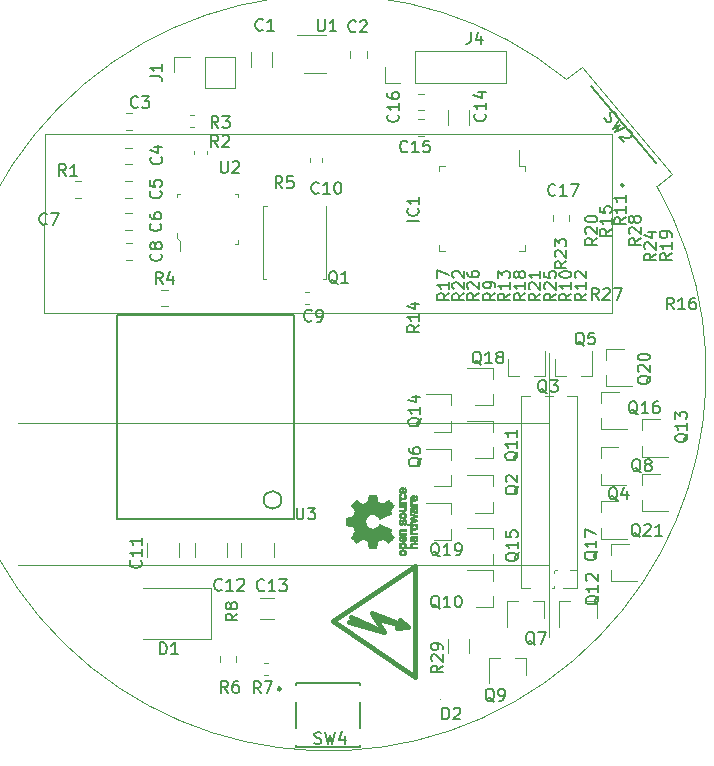
<source format=gbr>
G04 #@! TF.GenerationSoftware,KiCad,Pcbnew,(5.1.5)-3*
G04 #@! TF.CreationDate,2021-12-17T23:07:34-08:00*
G04 #@! TF.ProjectId,watch_v1,77617463-685f-4763-912e-6b696361645f,rev?*
G04 #@! TF.SameCoordinates,Original*
G04 #@! TF.FileFunction,Legend,Top*
G04 #@! TF.FilePolarity,Positive*
%FSLAX46Y46*%
G04 Gerber Fmt 4.6, Leading zero omitted, Abs format (unit mm)*
G04 Created by KiCad (PCBNEW (5.1.5)-3) date 2021-12-17 23:07:34*
%MOMM*%
%LPD*%
G04 APERTURE LIST*
%ADD10C,0.050000*%
%ADD11C,0.120000*%
%ADD12C,0.200000*%
%ADD13C,0.381000*%
%ADD14C,0.010000*%
%ADD15C,0.100000*%
%ADD16C,0.250000*%
%ADD17C,0.150000*%
%ADD18C,0.127000*%
%ADD19C,0.160000*%
G04 APERTURE END LIST*
D10*
X155752624Y-53294380D02*
G75*
G02X148089479Y-44241041I-27838224J-15793620D01*
G01*
X155752800Y-53294280D02*
X157038040Y-52242720D01*
X149407880Y-43159680D02*
X157038040Y-52242720D01*
X148089480Y-44241040D02*
X149407880Y-43159680D01*
D11*
X103911400Y-48895000D02*
X103886000Y-64058800D01*
X151942800Y-64008000D02*
X103911400Y-64058800D01*
X151942800Y-48895000D02*
X103911400Y-48895000D01*
X151942800Y-64008000D02*
X151942800Y-48895000D01*
X146640800Y-73353300D02*
X101632000Y-73353300D01*
X146640800Y-85392900D02*
X101632000Y-85392900D01*
X146640800Y-91412700D02*
X146640800Y-67409700D01*
D12*
X152946837Y-53207027D02*
G75*
G03X152946837Y-53207027I-141419J0D01*
G01*
X153867279Y-49183043D02*
X155634945Y-51289665D01*
X151938916Y-46884909D02*
X153867279Y-49183043D01*
X150171250Y-44778287D02*
X151938916Y-46884909D01*
D13*
X135279396Y-94818200D02*
X128294396Y-90119200D01*
X135279396Y-85420200D02*
X135279396Y-94818200D01*
X128294396Y-90119200D02*
X135279396Y-85420200D01*
X134685036Y-90617040D02*
X133785876Y-90718640D01*
X131885956Y-89819480D02*
X134685036Y-90617040D01*
X132686056Y-91018360D02*
X131885956Y-89819480D01*
X129686316Y-90218260D02*
X132686056Y-91018360D01*
X134685036Y-90617040D02*
X133986536Y-90017600D01*
X132686056Y-91018360D02*
X129884436Y-89717880D01*
X131586236Y-89418160D02*
X131985016Y-90017600D01*
X134685036Y-90617040D02*
X131586236Y-89418160D01*
D14*
G36*
X129735778Y-81294196D02*
G01*
X130037330Y-81237348D01*
X130210272Y-80817822D01*
X130039155Y-80566176D01*
X129991510Y-80495702D01*
X129948970Y-80431997D01*
X129913475Y-80378034D01*
X129886970Y-80336787D01*
X129871396Y-80311226D01*
X129868038Y-80304265D01*
X129876674Y-80291725D01*
X129900552Y-80264929D01*
X129936619Y-80226880D01*
X129981827Y-80180581D01*
X130033124Y-80129037D01*
X130087461Y-80075251D01*
X130141788Y-80022225D01*
X130193055Y-79972965D01*
X130238211Y-79930473D01*
X130274206Y-79897753D01*
X130297990Y-79877809D01*
X130305950Y-79873041D01*
X130320625Y-79879903D01*
X130352774Y-79899140D01*
X130399252Y-79928730D01*
X130456916Y-79966650D01*
X130522620Y-80010878D01*
X130560096Y-80036506D01*
X130628528Y-80083219D01*
X130690280Y-80124728D01*
X130742279Y-80159020D01*
X130781452Y-80184080D01*
X130804725Y-80197896D01*
X130809615Y-80199972D01*
X130823515Y-80195265D01*
X130855910Y-80182437D01*
X130902245Y-80163422D01*
X130957966Y-80140157D01*
X131018518Y-80114576D01*
X131079346Y-80088615D01*
X131135896Y-80064210D01*
X131183612Y-80043297D01*
X131217941Y-80027811D01*
X131234328Y-80019688D01*
X131234972Y-80019208D01*
X131238101Y-80006453D01*
X131245081Y-79972483D01*
X131255227Y-79920820D01*
X131267852Y-79854984D01*
X131282269Y-79778496D01*
X131290583Y-79733870D01*
X131306144Y-79652139D01*
X131320952Y-79578317D01*
X131334196Y-79516139D01*
X131345065Y-79469338D01*
X131352749Y-79441651D01*
X131355187Y-79436086D01*
X131371690Y-79430634D01*
X131408960Y-79426236D01*
X131462640Y-79422888D01*
X131528372Y-79420586D01*
X131601797Y-79419328D01*
X131678556Y-79419112D01*
X131754292Y-79419933D01*
X131824646Y-79421789D01*
X131885260Y-79424678D01*
X131931776Y-79428595D01*
X131959835Y-79433538D01*
X131965676Y-79436503D01*
X131972677Y-79454226D01*
X131982687Y-79491779D01*
X131994529Y-79544196D01*
X132007027Y-79606508D01*
X132011070Y-79628260D01*
X132030280Y-79733136D01*
X132045751Y-79815980D01*
X132058097Y-79879530D01*
X132067933Y-79926523D01*
X132075874Y-79959697D01*
X132082536Y-79981789D01*
X132088533Y-79995536D01*
X132094479Y-80003676D01*
X132095654Y-80004815D01*
X132114586Y-80016183D01*
X132151429Y-80033525D01*
X132201673Y-80055110D01*
X132260806Y-80079206D01*
X132324316Y-80104081D01*
X132387692Y-80128003D01*
X132446422Y-80149241D01*
X132495995Y-80166063D01*
X132531899Y-80176738D01*
X132549622Y-80179533D01*
X132550243Y-80179300D01*
X132564730Y-80169829D01*
X132596604Y-80148342D01*
X132642549Y-80117097D01*
X132699245Y-80078353D01*
X132763377Y-80034367D01*
X132781602Y-80021841D01*
X132847674Y-79977176D01*
X132907960Y-79937872D01*
X132958995Y-79906072D01*
X132997320Y-79883915D01*
X133019471Y-79873543D01*
X133022192Y-79873041D01*
X133036496Y-79881755D01*
X133064832Y-79905835D01*
X133104156Y-79942184D01*
X133151421Y-79987707D01*
X133203583Y-80039308D01*
X133257595Y-80093893D01*
X133310413Y-80148366D01*
X133358991Y-80199631D01*
X133400283Y-80244593D01*
X133431245Y-80280156D01*
X133448830Y-80303225D01*
X133451701Y-80309606D01*
X133444938Y-80324461D01*
X133426699Y-80354874D01*
X133400057Y-80395892D01*
X133378612Y-80427451D01*
X133339263Y-80484635D01*
X133292931Y-80552354D01*
X133246673Y-80620280D01*
X133221915Y-80656799D01*
X133138307Y-80780408D01*
X133194410Y-80884169D01*
X133218988Y-80931440D01*
X133238091Y-80971637D01*
X133248987Y-80998834D01*
X133250503Y-81005758D01*
X133239309Y-81014083D01*
X133207677Y-81030506D01*
X133158525Y-81053803D01*
X133094770Y-81082746D01*
X133019331Y-81116110D01*
X132935124Y-81152669D01*
X132845068Y-81191196D01*
X132752081Y-81230466D01*
X132659080Y-81269252D01*
X132568983Y-81306330D01*
X132484708Y-81340471D01*
X132409173Y-81370452D01*
X132345294Y-81395044D01*
X132295991Y-81413024D01*
X132264181Y-81423163D01*
X132253256Y-81424794D01*
X132239321Y-81411869D01*
X132216700Y-81383571D01*
X132190093Y-81345814D01*
X132187988Y-81342645D01*
X132109874Y-81245060D01*
X132018742Y-81166374D01*
X131917505Y-81107269D01*
X131809078Y-81068428D01*
X131696374Y-81050532D01*
X131582308Y-81054263D01*
X131469794Y-81080303D01*
X131361745Y-81129335D01*
X131338105Y-81143760D01*
X131242647Y-81218791D01*
X131165992Y-81307430D01*
X131108540Y-81406611D01*
X131070689Y-81513265D01*
X131052838Y-81624324D01*
X131055385Y-81736721D01*
X131078730Y-81847387D01*
X131123270Y-81953254D01*
X131189405Y-82051255D01*
X131216247Y-82081570D01*
X131300272Y-82158722D01*
X131388726Y-82214942D01*
X131487875Y-82253507D01*
X131586063Y-82274986D01*
X131696457Y-82280288D01*
X131807400Y-82262608D01*
X131915141Y-82223741D01*
X132015929Y-82165483D01*
X132106016Y-82089629D01*
X132181652Y-81997977D01*
X132189624Y-81985932D01*
X132215734Y-81947771D01*
X132238355Y-81918761D01*
X132252799Y-81904892D01*
X132253256Y-81904691D01*
X132268881Y-81907668D01*
X132304342Y-81919471D01*
X132356722Y-81938874D01*
X132423105Y-81964648D01*
X132500574Y-81995569D01*
X132586210Y-82030409D01*
X132677097Y-82067943D01*
X132770319Y-82106943D01*
X132862957Y-82146183D01*
X132952095Y-82184436D01*
X133034815Y-82220477D01*
X133108201Y-82253077D01*
X133169335Y-82281012D01*
X133215301Y-82303055D01*
X133243181Y-82317978D01*
X133250503Y-82323988D01*
X133244801Y-82342351D01*
X133229509Y-82376712D01*
X133207359Y-82421144D01*
X133194410Y-82445577D01*
X133138307Y-82549338D01*
X133221915Y-82672947D01*
X133264747Y-82736046D01*
X133311882Y-82805130D01*
X133356263Y-82869867D01*
X133378612Y-82902294D01*
X133409237Y-82947901D01*
X133433507Y-82986520D01*
X133448347Y-83013112D01*
X133451484Y-83021750D01*
X133443021Y-83034321D01*
X133419396Y-83062144D01*
X133383062Y-83102521D01*
X133336471Y-83152755D01*
X133282077Y-83210148D01*
X133247152Y-83246446D01*
X133184756Y-83309950D01*
X133128948Y-83364833D01*
X133082114Y-83408874D01*
X133046642Y-83439855D01*
X133024921Y-83455558D01*
X133020512Y-83457065D01*
X133003745Y-83450074D01*
X132969842Y-83430754D01*
X132922236Y-83401251D01*
X132864359Y-83363705D01*
X132799644Y-83320260D01*
X132781602Y-83307905D01*
X132716027Y-83262887D01*
X132656988Y-83222500D01*
X132607802Y-83189000D01*
X132571788Y-83164646D01*
X132552262Y-83151696D01*
X132550243Y-83150445D01*
X132534682Y-83152316D01*
X132500469Y-83162247D01*
X132452115Y-83178507D01*
X132394131Y-83199365D01*
X132331030Y-83223087D01*
X132267323Y-83247944D01*
X132207521Y-83272202D01*
X132156136Y-83294131D01*
X132117679Y-83311998D01*
X132096662Y-83324073D01*
X132095654Y-83324931D01*
X132089648Y-83332314D01*
X132083708Y-83344785D01*
X132077220Y-83365080D01*
X132069569Y-83395938D01*
X132060140Y-83440094D01*
X132048319Y-83500286D01*
X132033489Y-83579253D01*
X132015037Y-83679730D01*
X132011070Y-83701485D01*
X131998613Y-83765962D01*
X131986426Y-83822171D01*
X131975686Y-83865147D01*
X131967569Y-83889920D01*
X131965676Y-83893242D01*
X131948898Y-83898716D01*
X131911405Y-83903166D01*
X131857554Y-83906588D01*
X131791704Y-83908979D01*
X131718213Y-83910337D01*
X131641440Y-83910659D01*
X131565743Y-83909941D01*
X131495480Y-83908181D01*
X131435010Y-83905376D01*
X131388690Y-83901522D01*
X131360879Y-83896617D01*
X131355187Y-83893660D01*
X131349446Y-83877197D01*
X131340105Y-83839711D01*
X131327975Y-83784935D01*
X131313867Y-83716605D01*
X131298590Y-83638454D01*
X131290583Y-83595876D01*
X131275481Y-83515089D01*
X131261800Y-83443047D01*
X131250227Y-83383271D01*
X131241447Y-83339281D01*
X131236147Y-83314599D01*
X131234972Y-83310537D01*
X131221725Y-83303671D01*
X131189817Y-83289158D01*
X131143807Y-83268931D01*
X131088252Y-83244926D01*
X131027713Y-83219078D01*
X130966746Y-83193320D01*
X130909911Y-83169587D01*
X130861766Y-83149814D01*
X130826870Y-83135936D01*
X130809781Y-83129886D01*
X130809034Y-83129774D01*
X130795553Y-83136632D01*
X130764530Y-83155858D01*
X130719049Y-83185432D01*
X130662192Y-83223333D01*
X130597043Y-83267540D01*
X130559622Y-83293239D01*
X130491007Y-83340067D01*
X130428712Y-83381659D01*
X130375889Y-83415985D01*
X130335687Y-83441017D01*
X130311260Y-83454725D01*
X130305784Y-83456704D01*
X130293038Y-83448194D01*
X130265823Y-83424667D01*
X130227188Y-83389128D01*
X130180183Y-83344583D01*
X130127855Y-83294037D01*
X130073255Y-83240496D01*
X130019430Y-83186965D01*
X129969430Y-83136449D01*
X129926303Y-83091954D01*
X129893099Y-83056485D01*
X129872866Y-83033047D01*
X129868038Y-83025206D01*
X129874827Y-83012440D01*
X129893902Y-82981904D01*
X129923321Y-82936570D01*
X129961141Y-82879404D01*
X130005421Y-82813376D01*
X130039155Y-82763570D01*
X130210272Y-82511924D01*
X130123801Y-82302161D01*
X130037330Y-82092397D01*
X129735778Y-82035549D01*
X129434226Y-81978700D01*
X129434226Y-81351045D01*
X129735778Y-81294196D01*
G37*
X129735778Y-81294196D02*
X130037330Y-81237348D01*
X130210272Y-80817822D01*
X130039155Y-80566176D01*
X129991510Y-80495702D01*
X129948970Y-80431997D01*
X129913475Y-80378034D01*
X129886970Y-80336787D01*
X129871396Y-80311226D01*
X129868038Y-80304265D01*
X129876674Y-80291725D01*
X129900552Y-80264929D01*
X129936619Y-80226880D01*
X129981827Y-80180581D01*
X130033124Y-80129037D01*
X130087461Y-80075251D01*
X130141788Y-80022225D01*
X130193055Y-79972965D01*
X130238211Y-79930473D01*
X130274206Y-79897753D01*
X130297990Y-79877809D01*
X130305950Y-79873041D01*
X130320625Y-79879903D01*
X130352774Y-79899140D01*
X130399252Y-79928730D01*
X130456916Y-79966650D01*
X130522620Y-80010878D01*
X130560096Y-80036506D01*
X130628528Y-80083219D01*
X130690280Y-80124728D01*
X130742279Y-80159020D01*
X130781452Y-80184080D01*
X130804725Y-80197896D01*
X130809615Y-80199972D01*
X130823515Y-80195265D01*
X130855910Y-80182437D01*
X130902245Y-80163422D01*
X130957966Y-80140157D01*
X131018518Y-80114576D01*
X131079346Y-80088615D01*
X131135896Y-80064210D01*
X131183612Y-80043297D01*
X131217941Y-80027811D01*
X131234328Y-80019688D01*
X131234972Y-80019208D01*
X131238101Y-80006453D01*
X131245081Y-79972483D01*
X131255227Y-79920820D01*
X131267852Y-79854984D01*
X131282269Y-79778496D01*
X131290583Y-79733870D01*
X131306144Y-79652139D01*
X131320952Y-79578317D01*
X131334196Y-79516139D01*
X131345065Y-79469338D01*
X131352749Y-79441651D01*
X131355187Y-79436086D01*
X131371690Y-79430634D01*
X131408960Y-79426236D01*
X131462640Y-79422888D01*
X131528372Y-79420586D01*
X131601797Y-79419328D01*
X131678556Y-79419112D01*
X131754292Y-79419933D01*
X131824646Y-79421789D01*
X131885260Y-79424678D01*
X131931776Y-79428595D01*
X131959835Y-79433538D01*
X131965676Y-79436503D01*
X131972677Y-79454226D01*
X131982687Y-79491779D01*
X131994529Y-79544196D01*
X132007027Y-79606508D01*
X132011070Y-79628260D01*
X132030280Y-79733136D01*
X132045751Y-79815980D01*
X132058097Y-79879530D01*
X132067933Y-79926523D01*
X132075874Y-79959697D01*
X132082536Y-79981789D01*
X132088533Y-79995536D01*
X132094479Y-80003676D01*
X132095654Y-80004815D01*
X132114586Y-80016183D01*
X132151429Y-80033525D01*
X132201673Y-80055110D01*
X132260806Y-80079206D01*
X132324316Y-80104081D01*
X132387692Y-80128003D01*
X132446422Y-80149241D01*
X132495995Y-80166063D01*
X132531899Y-80176738D01*
X132549622Y-80179533D01*
X132550243Y-80179300D01*
X132564730Y-80169829D01*
X132596604Y-80148342D01*
X132642549Y-80117097D01*
X132699245Y-80078353D01*
X132763377Y-80034367D01*
X132781602Y-80021841D01*
X132847674Y-79977176D01*
X132907960Y-79937872D01*
X132958995Y-79906072D01*
X132997320Y-79883915D01*
X133019471Y-79873543D01*
X133022192Y-79873041D01*
X133036496Y-79881755D01*
X133064832Y-79905835D01*
X133104156Y-79942184D01*
X133151421Y-79987707D01*
X133203583Y-80039308D01*
X133257595Y-80093893D01*
X133310413Y-80148366D01*
X133358991Y-80199631D01*
X133400283Y-80244593D01*
X133431245Y-80280156D01*
X133448830Y-80303225D01*
X133451701Y-80309606D01*
X133444938Y-80324461D01*
X133426699Y-80354874D01*
X133400057Y-80395892D01*
X133378612Y-80427451D01*
X133339263Y-80484635D01*
X133292931Y-80552354D01*
X133246673Y-80620280D01*
X133221915Y-80656799D01*
X133138307Y-80780408D01*
X133194410Y-80884169D01*
X133218988Y-80931440D01*
X133238091Y-80971637D01*
X133248987Y-80998834D01*
X133250503Y-81005758D01*
X133239309Y-81014083D01*
X133207677Y-81030506D01*
X133158525Y-81053803D01*
X133094770Y-81082746D01*
X133019331Y-81116110D01*
X132935124Y-81152669D01*
X132845068Y-81191196D01*
X132752081Y-81230466D01*
X132659080Y-81269252D01*
X132568983Y-81306330D01*
X132484708Y-81340471D01*
X132409173Y-81370452D01*
X132345294Y-81395044D01*
X132295991Y-81413024D01*
X132264181Y-81423163D01*
X132253256Y-81424794D01*
X132239321Y-81411869D01*
X132216700Y-81383571D01*
X132190093Y-81345814D01*
X132187988Y-81342645D01*
X132109874Y-81245060D01*
X132018742Y-81166374D01*
X131917505Y-81107269D01*
X131809078Y-81068428D01*
X131696374Y-81050532D01*
X131582308Y-81054263D01*
X131469794Y-81080303D01*
X131361745Y-81129335D01*
X131338105Y-81143760D01*
X131242647Y-81218791D01*
X131165992Y-81307430D01*
X131108540Y-81406611D01*
X131070689Y-81513265D01*
X131052838Y-81624324D01*
X131055385Y-81736721D01*
X131078730Y-81847387D01*
X131123270Y-81953254D01*
X131189405Y-82051255D01*
X131216247Y-82081570D01*
X131300272Y-82158722D01*
X131388726Y-82214942D01*
X131487875Y-82253507D01*
X131586063Y-82274986D01*
X131696457Y-82280288D01*
X131807400Y-82262608D01*
X131915141Y-82223741D01*
X132015929Y-82165483D01*
X132106016Y-82089629D01*
X132181652Y-81997977D01*
X132189624Y-81985932D01*
X132215734Y-81947771D01*
X132238355Y-81918761D01*
X132252799Y-81904892D01*
X132253256Y-81904691D01*
X132268881Y-81907668D01*
X132304342Y-81919471D01*
X132356722Y-81938874D01*
X132423105Y-81964648D01*
X132500574Y-81995569D01*
X132586210Y-82030409D01*
X132677097Y-82067943D01*
X132770319Y-82106943D01*
X132862957Y-82146183D01*
X132952095Y-82184436D01*
X133034815Y-82220477D01*
X133108201Y-82253077D01*
X133169335Y-82281012D01*
X133215301Y-82303055D01*
X133243181Y-82317978D01*
X133250503Y-82323988D01*
X133244801Y-82342351D01*
X133229509Y-82376712D01*
X133207359Y-82421144D01*
X133194410Y-82445577D01*
X133138307Y-82549338D01*
X133221915Y-82672947D01*
X133264747Y-82736046D01*
X133311882Y-82805130D01*
X133356263Y-82869867D01*
X133378612Y-82902294D01*
X133409237Y-82947901D01*
X133433507Y-82986520D01*
X133448347Y-83013112D01*
X133451484Y-83021750D01*
X133443021Y-83034321D01*
X133419396Y-83062144D01*
X133383062Y-83102521D01*
X133336471Y-83152755D01*
X133282077Y-83210148D01*
X133247152Y-83246446D01*
X133184756Y-83309950D01*
X133128948Y-83364833D01*
X133082114Y-83408874D01*
X133046642Y-83439855D01*
X133024921Y-83455558D01*
X133020512Y-83457065D01*
X133003745Y-83450074D01*
X132969842Y-83430754D01*
X132922236Y-83401251D01*
X132864359Y-83363705D01*
X132799644Y-83320260D01*
X132781602Y-83307905D01*
X132716027Y-83262887D01*
X132656988Y-83222500D01*
X132607802Y-83189000D01*
X132571788Y-83164646D01*
X132552262Y-83151696D01*
X132550243Y-83150445D01*
X132534682Y-83152316D01*
X132500469Y-83162247D01*
X132452115Y-83178507D01*
X132394131Y-83199365D01*
X132331030Y-83223087D01*
X132267323Y-83247944D01*
X132207521Y-83272202D01*
X132156136Y-83294131D01*
X132117679Y-83311998D01*
X132096662Y-83324073D01*
X132095654Y-83324931D01*
X132089648Y-83332314D01*
X132083708Y-83344785D01*
X132077220Y-83365080D01*
X132069569Y-83395938D01*
X132060140Y-83440094D01*
X132048319Y-83500286D01*
X132033489Y-83579253D01*
X132015037Y-83679730D01*
X132011070Y-83701485D01*
X131998613Y-83765962D01*
X131986426Y-83822171D01*
X131975686Y-83865147D01*
X131967569Y-83889920D01*
X131965676Y-83893242D01*
X131948898Y-83898716D01*
X131911405Y-83903166D01*
X131857554Y-83906588D01*
X131791704Y-83908979D01*
X131718213Y-83910337D01*
X131641440Y-83910659D01*
X131565743Y-83909941D01*
X131495480Y-83908181D01*
X131435010Y-83905376D01*
X131388690Y-83901522D01*
X131360879Y-83896617D01*
X131355187Y-83893660D01*
X131349446Y-83877197D01*
X131340105Y-83839711D01*
X131327975Y-83784935D01*
X131313867Y-83716605D01*
X131298590Y-83638454D01*
X131290583Y-83595876D01*
X131275481Y-83515089D01*
X131261800Y-83443047D01*
X131250227Y-83383271D01*
X131241447Y-83339281D01*
X131236147Y-83314599D01*
X131234972Y-83310537D01*
X131221725Y-83303671D01*
X131189817Y-83289158D01*
X131143807Y-83268931D01*
X131088252Y-83244926D01*
X131027713Y-83219078D01*
X130966746Y-83193320D01*
X130909911Y-83169587D01*
X130861766Y-83149814D01*
X130826870Y-83135936D01*
X130809781Y-83129886D01*
X130809034Y-83129774D01*
X130795553Y-83136632D01*
X130764530Y-83155858D01*
X130719049Y-83185432D01*
X130662192Y-83223333D01*
X130597043Y-83267540D01*
X130559622Y-83293239D01*
X130491007Y-83340067D01*
X130428712Y-83381659D01*
X130375889Y-83415985D01*
X130335687Y-83441017D01*
X130311260Y-83454725D01*
X130305784Y-83456704D01*
X130293038Y-83448194D01*
X130265823Y-83424667D01*
X130227188Y-83389128D01*
X130180183Y-83344583D01*
X130127855Y-83294037D01*
X130073255Y-83240496D01*
X130019430Y-83186965D01*
X129969430Y-83136449D01*
X129926303Y-83091954D01*
X129893099Y-83056485D01*
X129872866Y-83033047D01*
X129868038Y-83025206D01*
X129874827Y-83012440D01*
X129893902Y-82981904D01*
X129923321Y-82936570D01*
X129961141Y-82879404D01*
X130005421Y-82813376D01*
X130039155Y-82763570D01*
X130210272Y-82511924D01*
X130123801Y-82302161D01*
X130037330Y-82092397D01*
X129735778Y-82035549D01*
X129434226Y-81978700D01*
X129434226Y-81351045D01*
X129735778Y-81294196D01*
G36*
X133903790Y-79871700D02*
G01*
X133917005Y-79828449D01*
X133933701Y-79800602D01*
X133946905Y-79791531D01*
X133962557Y-79794028D01*
X133987145Y-79810229D01*
X134004560Y-79823928D01*
X134036043Y-79852168D01*
X134049289Y-79873385D01*
X134048424Y-79891472D01*
X134034770Y-79945125D01*
X134035390Y-79984530D01*
X134050864Y-80016528D01*
X134059921Y-80027270D01*
X134091787Y-80061655D01*
X134507939Y-80061655D01*
X134507939Y-80199972D01*
X133904374Y-80199972D01*
X133904374Y-80130813D01*
X133906016Y-80089291D01*
X133911847Y-80067869D01*
X133923221Y-80061658D01*
X133923558Y-80061655D01*
X133935473Y-80058721D01*
X133933919Y-80045456D01*
X133925323Y-80027076D01*
X133909328Y-79989114D01*
X133899705Y-79958288D01*
X133897238Y-79918624D01*
X133903790Y-79871700D01*
G37*
X133903790Y-79871700D02*
X133917005Y-79828449D01*
X133933701Y-79800602D01*
X133946905Y-79791531D01*
X133962557Y-79794028D01*
X133987145Y-79810229D01*
X134004560Y-79823928D01*
X134036043Y-79852168D01*
X134049289Y-79873385D01*
X134048424Y-79891472D01*
X134034770Y-79945125D01*
X134035390Y-79984530D01*
X134050864Y-80016528D01*
X134059921Y-80027270D01*
X134091787Y-80061655D01*
X134507939Y-80061655D01*
X134507939Y-80199972D01*
X133904374Y-80199972D01*
X133904374Y-80130813D01*
X133906016Y-80089291D01*
X133911847Y-80067869D01*
X133923221Y-80061658D01*
X133923558Y-80061655D01*
X133935473Y-80058721D01*
X133933919Y-80045456D01*
X133925323Y-80027076D01*
X133909328Y-79989114D01*
X133899705Y-79958288D01*
X133897238Y-79918624D01*
X133903790Y-79871700D01*
G36*
X133914762Y-82425172D02*
G01*
X133929710Y-82393877D01*
X133951301Y-82363569D01*
X133976151Y-82340478D01*
X134007847Y-82323660D01*
X134049974Y-82312166D01*
X134106118Y-82305051D01*
X134179866Y-82301367D01*
X134274804Y-82300168D01*
X134284745Y-82300149D01*
X134507939Y-82299873D01*
X134507939Y-82438190D01*
X134302178Y-82438190D01*
X134225949Y-82438288D01*
X134170699Y-82438969D01*
X134132261Y-82440811D01*
X134106466Y-82444393D01*
X134089144Y-82450292D01*
X134076128Y-82459087D01*
X134063267Y-82471340D01*
X134035633Y-82514207D01*
X134030505Y-82561003D01*
X134047977Y-82605584D01*
X134060981Y-82621088D01*
X134073207Y-82632470D01*
X134086300Y-82640641D01*
X134104375Y-82646134D01*
X134131547Y-82649480D01*
X134171930Y-82651211D01*
X134229639Y-82651857D01*
X134299892Y-82651952D01*
X134507939Y-82651952D01*
X134507939Y-82790269D01*
X133904374Y-82790269D01*
X133904374Y-82721110D01*
X133906016Y-82679588D01*
X133911847Y-82658166D01*
X133923221Y-82651955D01*
X133923558Y-82651952D01*
X133934698Y-82649070D01*
X133933434Y-82636359D01*
X133921194Y-82611086D01*
X133903184Y-82553765D01*
X133901181Y-82488197D01*
X133914762Y-82425172D01*
G37*
X133914762Y-82425172D02*
X133929710Y-82393877D01*
X133951301Y-82363569D01*
X133976151Y-82340478D01*
X134007847Y-82323660D01*
X134049974Y-82312166D01*
X134106118Y-82305051D01*
X134179866Y-82301367D01*
X134274804Y-82300168D01*
X134284745Y-82300149D01*
X134507939Y-82299873D01*
X134507939Y-82438190D01*
X134302178Y-82438190D01*
X134225949Y-82438288D01*
X134170699Y-82438969D01*
X134132261Y-82440811D01*
X134106466Y-82444393D01*
X134089144Y-82450292D01*
X134076128Y-82459087D01*
X134063267Y-82471340D01*
X134035633Y-82514207D01*
X134030505Y-82561003D01*
X134047977Y-82605584D01*
X134060981Y-82621088D01*
X134073207Y-82632470D01*
X134086300Y-82640641D01*
X134104375Y-82646134D01*
X134131547Y-82649480D01*
X134171930Y-82651211D01*
X134229639Y-82651857D01*
X134299892Y-82651952D01*
X134507939Y-82651952D01*
X134507939Y-82790269D01*
X133904374Y-82790269D01*
X133904374Y-82721110D01*
X133906016Y-82679588D01*
X133911847Y-82658166D01*
X133923221Y-82651955D01*
X133923558Y-82651952D01*
X133934698Y-82649070D01*
X133933434Y-82636359D01*
X133921194Y-82611086D01*
X133903184Y-82553765D01*
X133901181Y-82488197D01*
X133914762Y-82425172D01*
G36*
X133902217Y-78993262D02*
G01*
X133910039Y-78961064D01*
X133938681Y-78899335D01*
X133982427Y-78846550D01*
X134034877Y-78810019D01*
X134046653Y-78805000D01*
X134077500Y-78798115D01*
X134123131Y-78793296D01*
X134169252Y-78791655D01*
X134256453Y-78791655D01*
X134256453Y-78973982D01*
X134256738Y-79049181D01*
X134258464Y-79102157D01*
X134262941Y-79135835D01*
X134271480Y-79153140D01*
X134285390Y-79156997D01*
X134305982Y-79150331D01*
X134330075Y-79138390D01*
X134370285Y-79105080D01*
X134390318Y-79058792D01*
X134389665Y-79002216D01*
X134367861Y-78938129D01*
X134340953Y-78882743D01*
X134377292Y-78836785D01*
X134413632Y-78790827D01*
X134453579Y-78834064D01*
X134491323Y-78891786D01*
X134514080Y-78962774D01*
X134520448Y-79039131D01*
X134509028Y-79112961D01*
X134505153Y-79124873D01*
X134471266Y-79189761D01*
X134420746Y-79238030D01*
X134352085Y-79270695D01*
X134263774Y-79288775D01*
X134261881Y-79288985D01*
X134165638Y-79290604D01*
X134131302Y-79284060D01*
X134131302Y-79156308D01*
X134136582Y-79144576D01*
X134140627Y-79112722D01*
X134142936Y-79065763D01*
X134143285Y-79036006D01*
X134143066Y-78980512D01*
X134141676Y-78945814D01*
X134138011Y-78927559D01*
X134130970Y-78921394D01*
X134119450Y-78922965D01*
X134114993Y-78924282D01*
X134073115Y-78946778D01*
X134039364Y-78982157D01*
X134024533Y-79013380D01*
X134025428Y-79054859D01*
X134043924Y-79096891D01*
X134074546Y-79132148D01*
X134111822Y-79153306D01*
X134131302Y-79156308D01*
X134131302Y-79284060D01*
X134080989Y-79274470D01*
X134009951Y-79242462D01*
X133954539Y-79196459D01*
X133916769Y-79138339D01*
X133898656Y-79069980D01*
X133902217Y-78993262D01*
G37*
X133902217Y-78993262D02*
X133910039Y-78961064D01*
X133938681Y-78899335D01*
X133982427Y-78846550D01*
X134034877Y-78810019D01*
X134046653Y-78805000D01*
X134077500Y-78798115D01*
X134123131Y-78793296D01*
X134169252Y-78791655D01*
X134256453Y-78791655D01*
X134256453Y-78973982D01*
X134256738Y-79049181D01*
X134258464Y-79102157D01*
X134262941Y-79135835D01*
X134271480Y-79153140D01*
X134285390Y-79156997D01*
X134305982Y-79150331D01*
X134330075Y-79138390D01*
X134370285Y-79105080D01*
X134390318Y-79058792D01*
X134389665Y-79002216D01*
X134367861Y-78938129D01*
X134340953Y-78882743D01*
X134377292Y-78836785D01*
X134413632Y-78790827D01*
X134453579Y-78834064D01*
X134491323Y-78891786D01*
X134514080Y-78962774D01*
X134520448Y-79039131D01*
X134509028Y-79112961D01*
X134505153Y-79124873D01*
X134471266Y-79189761D01*
X134420746Y-79238030D01*
X134352085Y-79270695D01*
X134263774Y-79288775D01*
X134261881Y-79288985D01*
X134165638Y-79290604D01*
X134131302Y-79284060D01*
X134131302Y-79156308D01*
X134136582Y-79144576D01*
X134140627Y-79112722D01*
X134142936Y-79065763D01*
X134143285Y-79036006D01*
X134143066Y-78980512D01*
X134141676Y-78945814D01*
X134138011Y-78927559D01*
X134130970Y-78921394D01*
X134119450Y-78922965D01*
X134114993Y-78924282D01*
X134073115Y-78946778D01*
X134039364Y-78982157D01*
X134024533Y-79013380D01*
X134025428Y-79054859D01*
X134043924Y-79096891D01*
X134074546Y-79132148D01*
X134111822Y-79153306D01*
X134131302Y-79156308D01*
X134131302Y-79284060D01*
X134080989Y-79274470D01*
X134009951Y-79242462D01*
X133954539Y-79196459D01*
X133916769Y-79138339D01*
X133898656Y-79069980D01*
X133902217Y-78993262D01*
G36*
X133909640Y-79453934D02*
G01*
X133940590Y-79381080D01*
X133955655Y-79358133D01*
X133978808Y-79328806D01*
X133997013Y-79310396D01*
X134002943Y-79307199D01*
X134016100Y-79316225D01*
X134038427Y-79339323D01*
X134054010Y-79357816D01*
X134094686Y-79408432D01*
X134061055Y-79448400D01*
X134039344Y-79479286D01*
X134031850Y-79509401D01*
X134033680Y-79543868D01*
X134047288Y-79598599D01*
X134075532Y-79636274D01*
X134121193Y-79659169D01*
X134187049Y-79669563D01*
X134187091Y-79669565D01*
X134260699Y-79668666D01*
X134314706Y-79654697D01*
X134351476Y-79626832D01*
X134363928Y-79607835D01*
X134379433Y-79557384D01*
X134379443Y-79503497D01*
X134364398Y-79456614D01*
X134357047Y-79445516D01*
X134338271Y-79417684D01*
X134335194Y-79395924D01*
X134349169Y-79372456D01*
X134374270Y-79346511D01*
X134416640Y-79305444D01*
X134454224Y-79351039D01*
X134496642Y-79421486D01*
X134517545Y-79500927D01*
X134516032Y-79583945D01*
X134502171Y-79638466D01*
X134467895Y-79702190D01*
X134413972Y-79753155D01*
X134375909Y-79776309D01*
X134321296Y-79795061D01*
X134252129Y-79804445D01*
X134177167Y-79804517D01*
X134105169Y-79795336D01*
X134044897Y-79776961D01*
X134038718Y-79774067D01*
X133978111Y-79731208D01*
X133933984Y-79673181D01*
X133907253Y-79604569D01*
X133898833Y-79529959D01*
X133909640Y-79453934D01*
G37*
X133909640Y-79453934D02*
X133940590Y-79381080D01*
X133955655Y-79358133D01*
X133978808Y-79328806D01*
X133997013Y-79310396D01*
X134002943Y-79307199D01*
X134016100Y-79316225D01*
X134038427Y-79339323D01*
X134054010Y-79357816D01*
X134094686Y-79408432D01*
X134061055Y-79448400D01*
X134039344Y-79479286D01*
X134031850Y-79509401D01*
X134033680Y-79543868D01*
X134047288Y-79598599D01*
X134075532Y-79636274D01*
X134121193Y-79659169D01*
X134187049Y-79669563D01*
X134187091Y-79669565D01*
X134260699Y-79668666D01*
X134314706Y-79654697D01*
X134351476Y-79626832D01*
X134363928Y-79607835D01*
X134379433Y-79557384D01*
X134379443Y-79503497D01*
X134364398Y-79456614D01*
X134357047Y-79445516D01*
X134338271Y-79417684D01*
X134335194Y-79395924D01*
X134349169Y-79372456D01*
X134374270Y-79346511D01*
X134416640Y-79305444D01*
X134454224Y-79351039D01*
X134496642Y-79421486D01*
X134517545Y-79500927D01*
X134516032Y-79583945D01*
X134502171Y-79638466D01*
X134467895Y-79702190D01*
X134413972Y-79753155D01*
X134375909Y-79776309D01*
X134321296Y-79795061D01*
X134252129Y-79804445D01*
X134177167Y-79804517D01*
X134105169Y-79795336D01*
X134044897Y-79776961D01*
X134038718Y-79774067D01*
X133978111Y-79731208D01*
X133933984Y-79673181D01*
X133907253Y-79604569D01*
X133898833Y-79529959D01*
X133909640Y-79453934D01*
G36*
X134100102Y-80677793D02*
G01*
X134192323Y-80676605D01*
X134262370Y-80672263D01*
X134313141Y-80663602D01*
X134347532Y-80649456D01*
X134368439Y-80628660D01*
X134378760Y-80600050D01*
X134381396Y-80564625D01*
X134378442Y-80527524D01*
X134367649Y-80499342D01*
X134346120Y-80478917D01*
X134310959Y-80465081D01*
X134259270Y-80456669D01*
X134188154Y-80452517D01*
X134100102Y-80451457D01*
X133904374Y-80451457D01*
X133904374Y-80313140D01*
X134507939Y-80313140D01*
X134507939Y-80382298D01*
X134506249Y-80423990D01*
X134500316Y-80445459D01*
X134489053Y-80451457D01*
X134479021Y-80455069D01*
X134481143Y-80469446D01*
X134495340Y-80498424D01*
X134517240Y-80564841D01*
X134515688Y-80635285D01*
X134491907Y-80702783D01*
X134473122Y-80734927D01*
X134452782Y-80759445D01*
X134427333Y-80777356D01*
X134393218Y-80789681D01*
X134346881Y-80797437D01*
X134284767Y-80801644D01*
X134203321Y-80803320D01*
X134140338Y-80803536D01*
X133904374Y-80803536D01*
X133904374Y-80677793D01*
X134100102Y-80677793D01*
G37*
X134100102Y-80677793D02*
X134192323Y-80676605D01*
X134262370Y-80672263D01*
X134313141Y-80663602D01*
X134347532Y-80649456D01*
X134368439Y-80628660D01*
X134378760Y-80600050D01*
X134381396Y-80564625D01*
X134378442Y-80527524D01*
X134367649Y-80499342D01*
X134346120Y-80478917D01*
X134310959Y-80465081D01*
X134259270Y-80456669D01*
X134188154Y-80452517D01*
X134100102Y-80451457D01*
X133904374Y-80451457D01*
X133904374Y-80313140D01*
X134507939Y-80313140D01*
X134507939Y-80382298D01*
X134506249Y-80423990D01*
X134500316Y-80445459D01*
X134489053Y-80451457D01*
X134479021Y-80455069D01*
X134481143Y-80469446D01*
X134495340Y-80498424D01*
X134517240Y-80564841D01*
X134515688Y-80635285D01*
X134491907Y-80702783D01*
X134473122Y-80734927D01*
X134452782Y-80759445D01*
X134427333Y-80777356D01*
X134393218Y-80789681D01*
X134346881Y-80797437D01*
X134284767Y-80801644D01*
X134203321Y-80803320D01*
X134140338Y-80803536D01*
X133904374Y-80803536D01*
X133904374Y-80677793D01*
X134100102Y-80677793D01*
G36*
X133911815Y-81060398D02*
G01*
X133946452Y-80996797D01*
X134001132Y-80947037D01*
X134045602Y-80923592D01*
X134084881Y-80913526D01*
X134140876Y-80907004D01*
X134205381Y-80904209D01*
X134270189Y-80905324D01*
X134327094Y-80910534D01*
X134357487Y-80916619D01*
X134399066Y-80937146D01*
X134443228Y-80972697D01*
X134481847Y-81015541D01*
X134506794Y-81057949D01*
X134507190Y-81058983D01*
X134518091Y-81111607D01*
X134518361Y-81173972D01*
X134508436Y-81233236D01*
X134500482Y-81256120D01*
X134467060Y-81315058D01*
X134423271Y-81357270D01*
X134365298Y-81385004D01*
X134289325Y-81400509D01*
X134249531Y-81404017D01*
X134199526Y-81403570D01*
X134199526Y-81268784D01*
X134272492Y-81264243D01*
X134328094Y-81251174D01*
X134363621Y-81230404D01*
X134373780Y-81215608D01*
X134380864Y-81177696D01*
X134378767Y-81132633D01*
X134368572Y-81093673D01*
X134362964Y-81083456D01*
X134330298Y-81056501D01*
X134280305Y-81038709D01*
X134219465Y-81031136D01*
X134154257Y-81034835D01*
X134115013Y-81043103D01*
X134069565Y-81066840D01*
X134041156Y-81104311D01*
X134031333Y-81149440D01*
X134041647Y-81196149D01*
X134066872Y-81232028D01*
X134087685Y-81250883D01*
X134108199Y-81261888D01*
X134135963Y-81267134D01*
X134178522Y-81268711D01*
X134199526Y-81268784D01*
X134199526Y-81403570D01*
X134143340Y-81403066D01*
X134056261Y-81385772D01*
X133988290Y-81352131D01*
X133939424Y-81302142D01*
X133909659Y-81235804D01*
X133906208Y-81221559D01*
X133898105Y-81135950D01*
X133911815Y-81060398D01*
G37*
X133911815Y-81060398D02*
X133946452Y-80996797D01*
X134001132Y-80947037D01*
X134045602Y-80923592D01*
X134084881Y-80913526D01*
X134140876Y-80907004D01*
X134205381Y-80904209D01*
X134270189Y-80905324D01*
X134327094Y-80910534D01*
X134357487Y-80916619D01*
X134399066Y-80937146D01*
X134443228Y-80972697D01*
X134481847Y-81015541D01*
X134506794Y-81057949D01*
X134507190Y-81058983D01*
X134518091Y-81111607D01*
X134518361Y-81173972D01*
X134508436Y-81233236D01*
X134500482Y-81256120D01*
X134467060Y-81315058D01*
X134423271Y-81357270D01*
X134365298Y-81385004D01*
X134289325Y-81400509D01*
X134249531Y-81404017D01*
X134199526Y-81403570D01*
X134199526Y-81268784D01*
X134272492Y-81264243D01*
X134328094Y-81251174D01*
X134363621Y-81230404D01*
X134373780Y-81215608D01*
X134380864Y-81177696D01*
X134378767Y-81132633D01*
X134368572Y-81093673D01*
X134362964Y-81083456D01*
X134330298Y-81056501D01*
X134280305Y-81038709D01*
X134219465Y-81031136D01*
X134154257Y-81034835D01*
X134115013Y-81043103D01*
X134069565Y-81066840D01*
X134041156Y-81104311D01*
X134031333Y-81149440D01*
X134041647Y-81196149D01*
X134066872Y-81232028D01*
X134087685Y-81250883D01*
X134108199Y-81261888D01*
X134135963Y-81267134D01*
X134178522Y-81268711D01*
X134199526Y-81268784D01*
X134199526Y-81403570D01*
X134143340Y-81403066D01*
X134056261Y-81385772D01*
X133988290Y-81352131D01*
X133939424Y-81302142D01*
X133909659Y-81235804D01*
X133906208Y-81221559D01*
X133898105Y-81135950D01*
X133911815Y-81060398D01*
G36*
X133902212Y-81657143D02*
G01*
X133911242Y-81609526D01*
X133930130Y-81560126D01*
X133932537Y-81554848D01*
X133952236Y-81517386D01*
X133970541Y-81491443D01*
X133982268Y-81483057D01*
X134001392Y-81491043D01*
X134029610Y-81510440D01*
X134040144Y-81519050D01*
X134081607Y-81554532D01*
X134054618Y-81600275D01*
X134036638Y-81643810D01*
X134027027Y-81694110D01*
X134026420Y-81742348D01*
X134035451Y-81779693D01*
X134041087Y-81788655D01*
X134066931Y-81805723D01*
X134096701Y-81807797D01*
X134119957Y-81795026D01*
X134124468Y-81787472D01*
X134130069Y-81764835D01*
X134136652Y-81725045D01*
X134142943Y-81675994D01*
X134143930Y-81666945D01*
X134157558Y-81588164D01*
X134180706Y-81531024D01*
X134215512Y-81493130D01*
X134264114Y-81472081D01*
X134323478Y-81465525D01*
X134390958Y-81474583D01*
X134443948Y-81503996D01*
X134482543Y-81553882D01*
X134506841Y-81624360D01*
X134516427Y-81702595D01*
X134516312Y-81766394D01*
X134507605Y-81818144D01*
X134495585Y-81853487D01*
X134474640Y-81898143D01*
X134450334Y-81939413D01*
X134439636Y-81954081D01*
X134408844Y-81991803D01*
X134362809Y-81946308D01*
X134316773Y-81900813D01*
X134351003Y-81849088D01*
X134376712Y-81797208D01*
X134390159Y-81741809D01*
X134391578Y-81688555D01*
X134381203Y-81643111D01*
X134359267Y-81611144D01*
X134340758Y-81600822D01*
X134311074Y-81602371D01*
X134288375Y-81628020D01*
X134272700Y-81677700D01*
X134265455Y-81732129D01*
X134251633Y-81815896D01*
X134225556Y-81878127D01*
X134186459Y-81919653D01*
X134133580Y-81941307D01*
X134070886Y-81944307D01*
X134005402Y-81929489D01*
X133955904Y-81895706D01*
X133922168Y-81842655D01*
X133903967Y-81770034D01*
X133900399Y-81716232D01*
X133902212Y-81657143D01*
G37*
X133902212Y-81657143D02*
X133911242Y-81609526D01*
X133930130Y-81560126D01*
X133932537Y-81554848D01*
X133952236Y-81517386D01*
X133970541Y-81491443D01*
X133982268Y-81483057D01*
X134001392Y-81491043D01*
X134029610Y-81510440D01*
X134040144Y-81519050D01*
X134081607Y-81554532D01*
X134054618Y-81600275D01*
X134036638Y-81643810D01*
X134027027Y-81694110D01*
X134026420Y-81742348D01*
X134035451Y-81779693D01*
X134041087Y-81788655D01*
X134066931Y-81805723D01*
X134096701Y-81807797D01*
X134119957Y-81795026D01*
X134124468Y-81787472D01*
X134130069Y-81764835D01*
X134136652Y-81725045D01*
X134142943Y-81675994D01*
X134143930Y-81666945D01*
X134157558Y-81588164D01*
X134180706Y-81531024D01*
X134215512Y-81493130D01*
X134264114Y-81472081D01*
X134323478Y-81465525D01*
X134390958Y-81474583D01*
X134443948Y-81503996D01*
X134482543Y-81553882D01*
X134506841Y-81624360D01*
X134516427Y-81702595D01*
X134516312Y-81766394D01*
X134507605Y-81818144D01*
X134495585Y-81853487D01*
X134474640Y-81898143D01*
X134450334Y-81939413D01*
X134439636Y-81954081D01*
X134408844Y-81991803D01*
X134362809Y-81946308D01*
X134316773Y-81900813D01*
X134351003Y-81849088D01*
X134376712Y-81797208D01*
X134390159Y-81741809D01*
X134391578Y-81688555D01*
X134381203Y-81643111D01*
X134359267Y-81611144D01*
X134340758Y-81600822D01*
X134311074Y-81602371D01*
X134288375Y-81628020D01*
X134272700Y-81677700D01*
X134265455Y-81732129D01*
X134251633Y-81815896D01*
X134225556Y-81878127D01*
X134186459Y-81919653D01*
X134133580Y-81941307D01*
X134070886Y-81944307D01*
X134005402Y-81929489D01*
X133955904Y-81895706D01*
X133922168Y-81842655D01*
X133903967Y-81770034D01*
X133900399Y-81716232D01*
X133902212Y-81657143D01*
G36*
X133918374Y-83027859D02*
G01*
X133924274Y-83015328D01*
X133956043Y-82971959D01*
X134002406Y-82930950D01*
X134053456Y-82900328D01*
X134076926Y-82891619D01*
X134118851Y-82883672D01*
X134169517Y-82878934D01*
X134190439Y-82878359D01*
X134256453Y-82878289D01*
X134256453Y-83258243D01*
X134291033Y-83250143D01*
X134331930Y-83230264D01*
X134367274Y-83195507D01*
X134390042Y-83154158D01*
X134394770Y-83127809D01*
X134389033Y-83092076D01*
X134374642Y-83049442D01*
X134368022Y-83034959D01*
X134341273Y-82981400D01*
X134376136Y-82935693D01*
X134399715Y-82909318D01*
X134419177Y-82895284D01*
X134424889Y-82894574D01*
X134438733Y-82907111D01*
X134459772Y-82934588D01*
X134476185Y-82959526D01*
X134505690Y-83026824D01*
X134519044Y-83102270D01*
X134515572Y-83177048D01*
X134497423Y-83236655D01*
X134458544Y-83298101D01*
X134407355Y-83341768D01*
X134341127Y-83369086D01*
X134257131Y-83381482D01*
X134218696Y-83382581D01*
X134130621Y-83378182D01*
X134128059Y-83377642D01*
X134128059Y-83251742D01*
X134136318Y-83248275D01*
X134140873Y-83234023D01*
X134142825Y-83204630D01*
X134143277Y-83155735D01*
X134143285Y-83136908D01*
X134142603Y-83079627D01*
X134140124Y-83043301D01*
X134135203Y-83023764D01*
X134127194Y-83016850D01*
X134124622Y-83016605D01*
X134104183Y-83024496D01*
X134075549Y-83044245D01*
X134065523Y-83052735D01*
X134037168Y-83084254D01*
X134026019Y-83117109D01*
X134025087Y-83134811D01*
X134036741Y-83182699D01*
X134068045Y-83222859D01*
X134113512Y-83248333D01*
X134114993Y-83248785D01*
X134128059Y-83251742D01*
X134128059Y-83377642D01*
X134061270Y-83363552D01*
X134005785Y-83337198D01*
X133966399Y-83304967D01*
X133923691Y-83245377D01*
X133900869Y-83175328D01*
X133898806Y-83100821D01*
X133918374Y-83027859D01*
G37*
X133918374Y-83027859D02*
X133924274Y-83015328D01*
X133956043Y-82971959D01*
X134002406Y-82930950D01*
X134053456Y-82900328D01*
X134076926Y-82891619D01*
X134118851Y-82883672D01*
X134169517Y-82878934D01*
X134190439Y-82878359D01*
X134256453Y-82878289D01*
X134256453Y-83258243D01*
X134291033Y-83250143D01*
X134331930Y-83230264D01*
X134367274Y-83195507D01*
X134390042Y-83154158D01*
X134394770Y-83127809D01*
X134389033Y-83092076D01*
X134374642Y-83049442D01*
X134368022Y-83034959D01*
X134341273Y-82981400D01*
X134376136Y-82935693D01*
X134399715Y-82909318D01*
X134419177Y-82895284D01*
X134424889Y-82894574D01*
X134438733Y-82907111D01*
X134459772Y-82934588D01*
X134476185Y-82959526D01*
X134505690Y-83026824D01*
X134519044Y-83102270D01*
X134515572Y-83177048D01*
X134497423Y-83236655D01*
X134458544Y-83298101D01*
X134407355Y-83341768D01*
X134341127Y-83369086D01*
X134257131Y-83381482D01*
X134218696Y-83382581D01*
X134130621Y-83378182D01*
X134128059Y-83377642D01*
X134128059Y-83251742D01*
X134136318Y-83248275D01*
X134140873Y-83234023D01*
X134142825Y-83204630D01*
X134143277Y-83155735D01*
X134143285Y-83136908D01*
X134142603Y-83079627D01*
X134140124Y-83043301D01*
X134135203Y-83023764D01*
X134127194Y-83016850D01*
X134124622Y-83016605D01*
X134104183Y-83024496D01*
X134075549Y-83044245D01*
X134065523Y-83052735D01*
X134037168Y-83084254D01*
X134026019Y-83117109D01*
X134025087Y-83134811D01*
X134036741Y-83182699D01*
X134068045Y-83222859D01*
X134113512Y-83248333D01*
X134114993Y-83248785D01*
X134128059Y-83251742D01*
X134128059Y-83377642D01*
X134061270Y-83363552D01*
X134005785Y-83337198D01*
X133966399Y-83304967D01*
X133923691Y-83245377D01*
X133900869Y-83175328D01*
X133898806Y-83100821D01*
X133918374Y-83027859D01*
G36*
X133910908Y-84209421D02*
G01*
X133939991Y-84143639D01*
X133988553Y-84093700D01*
X134056668Y-84059534D01*
X134144411Y-84041067D01*
X134158111Y-84039743D01*
X134254699Y-84038706D01*
X134339362Y-84052153D01*
X134407981Y-84079268D01*
X134430054Y-84093787D01*
X134476771Y-84144361D01*
X134507028Y-84208769D01*
X134519584Y-84280826D01*
X134513199Y-84354345D01*
X134493532Y-84410232D01*
X134460389Y-84458292D01*
X134416935Y-84497572D01*
X134415918Y-84498252D01*
X134389098Y-84514204D01*
X134362128Y-84524570D01*
X134328092Y-84530848D01*
X134280070Y-84534533D01*
X134240691Y-84536157D01*
X134204979Y-84536832D01*
X134204979Y-84411115D01*
X134240530Y-84409886D01*
X134287854Y-84405426D01*
X134318225Y-84397557D01*
X134339832Y-84383367D01*
X134352454Y-84370077D01*
X134378882Y-84322962D01*
X134382413Y-84273665D01*
X134363399Y-84227753D01*
X134342091Y-84204798D01*
X134320619Y-84188256D01*
X134300073Y-84178581D01*
X134273334Y-84174334D01*
X134233283Y-84174080D01*
X134196398Y-84175388D01*
X134143707Y-84178203D01*
X134109532Y-84182665D01*
X134087240Y-84190708D01*
X134070202Y-84204263D01*
X134060463Y-84215005D01*
X134034883Y-84259937D01*
X134033607Y-84308409D01*
X134048759Y-84349054D01*
X134080402Y-84383727D01*
X134132380Y-84404384D01*
X134204979Y-84411115D01*
X134204979Y-84536832D01*
X134162381Y-84537639D01*
X134103816Y-84535108D01*
X134059767Y-84527522D01*
X134025008Y-84513841D01*
X133994311Y-84493025D01*
X133985196Y-84485307D01*
X133939781Y-84437049D01*
X133913253Y-84385288D01*
X133902139Y-84321988D01*
X133901231Y-84291121D01*
X133910908Y-84209421D01*
G37*
X133910908Y-84209421D02*
X133939991Y-84143639D01*
X133988553Y-84093700D01*
X134056668Y-84059534D01*
X134144411Y-84041067D01*
X134158111Y-84039743D01*
X134254699Y-84038706D01*
X134339362Y-84052153D01*
X134407981Y-84079268D01*
X134430054Y-84093787D01*
X134476771Y-84144361D01*
X134507028Y-84208769D01*
X134519584Y-84280826D01*
X134513199Y-84354345D01*
X134493532Y-84410232D01*
X134460389Y-84458292D01*
X134416935Y-84497572D01*
X134415918Y-84498252D01*
X134389098Y-84514204D01*
X134362128Y-84524570D01*
X134328092Y-84530848D01*
X134280070Y-84534533D01*
X134240691Y-84536157D01*
X134204979Y-84536832D01*
X134204979Y-84411115D01*
X134240530Y-84409886D01*
X134287854Y-84405426D01*
X134318225Y-84397557D01*
X134339832Y-84383367D01*
X134352454Y-84370077D01*
X134378882Y-84322962D01*
X134382413Y-84273665D01*
X134363399Y-84227753D01*
X134342091Y-84204798D01*
X134320619Y-84188256D01*
X134300073Y-84178581D01*
X134273334Y-84174334D01*
X134233283Y-84174080D01*
X134196398Y-84175388D01*
X134143707Y-84178203D01*
X134109532Y-84182665D01*
X134087240Y-84190708D01*
X134070202Y-84204263D01*
X134060463Y-84215005D01*
X134034883Y-84259937D01*
X134033607Y-84308409D01*
X134048759Y-84349054D01*
X134080402Y-84383727D01*
X134132380Y-84404384D01*
X134204979Y-84411115D01*
X134204979Y-84536832D01*
X134162381Y-84537639D01*
X134103816Y-84535108D01*
X134059767Y-84527522D01*
X134025008Y-84513841D01*
X133994311Y-84493025D01*
X133985196Y-84485307D01*
X133939781Y-84437049D01*
X133913253Y-84385288D01*
X133902139Y-84321988D01*
X133901231Y-84291121D01*
X133910908Y-84209421D01*
G36*
X134850730Y-79638579D02*
G01*
X134866357Y-79578475D01*
X134898608Y-79528139D01*
X134922700Y-79503767D01*
X134979655Y-79463815D01*
X135045725Y-79440918D01*
X135126942Y-79433052D01*
X135133508Y-79433012D01*
X135199523Y-79432942D01*
X135199523Y-79812896D01*
X135234102Y-79804797D01*
X135265419Y-79790173D01*
X135298051Y-79764579D01*
X135303260Y-79759225D01*
X135331454Y-79713217D01*
X135336235Y-79660750D01*
X135317686Y-79600357D01*
X135312691Y-79590120D01*
X135297505Y-79558721D01*
X135288854Y-79537690D01*
X135288053Y-79534021D01*
X135295823Y-79521212D01*
X135314832Y-79496782D01*
X135325220Y-79484381D01*
X135349081Y-79458684D01*
X135364837Y-79450245D01*
X135379331Y-79456102D01*
X135383294Y-79459232D01*
X135400639Y-79480435D01*
X135421719Y-79515422D01*
X135434025Y-79539823D01*
X135455706Y-79609088D01*
X135462731Y-79685772D01*
X135454407Y-79758395D01*
X135448446Y-79778734D01*
X135414712Y-79841684D01*
X135362805Y-79888345D01*
X135292219Y-79918987D01*
X135202452Y-79933878D01*
X135155513Y-79935513D01*
X135087173Y-79930739D01*
X135087173Y-79810170D01*
X135092225Y-79798508D01*
X135096189Y-79767162D01*
X135098528Y-79721589D01*
X135098929Y-79690714D01*
X135098543Y-79635179D01*
X135096735Y-79600127D01*
X135092533Y-79580898D01*
X135084963Y-79572830D01*
X135073978Y-79571259D01*
X135040141Y-79582039D01*
X135006700Y-79609180D01*
X134981032Y-79644883D01*
X134970532Y-79680600D01*
X134979846Y-79729112D01*
X135006773Y-79771107D01*
X135045587Y-79800224D01*
X135087173Y-79810170D01*
X135087173Y-79930739D01*
X135055996Y-79928561D01*
X134976709Y-79907105D01*
X134917023Y-79870690D01*
X134876309Y-79818863D01*
X134853939Y-79751170D01*
X134849631Y-79714498D01*
X134850730Y-79638579D01*
G37*
X134850730Y-79638579D02*
X134866357Y-79578475D01*
X134898608Y-79528139D01*
X134922700Y-79503767D01*
X134979655Y-79463815D01*
X135045725Y-79440918D01*
X135126942Y-79433052D01*
X135133508Y-79433012D01*
X135199523Y-79432942D01*
X135199523Y-79812896D01*
X135234102Y-79804797D01*
X135265419Y-79790173D01*
X135298051Y-79764579D01*
X135303260Y-79759225D01*
X135331454Y-79713217D01*
X135336235Y-79660750D01*
X135317686Y-79600357D01*
X135312691Y-79590120D01*
X135297505Y-79558721D01*
X135288854Y-79537690D01*
X135288053Y-79534021D01*
X135295823Y-79521212D01*
X135314832Y-79496782D01*
X135325220Y-79484381D01*
X135349081Y-79458684D01*
X135364837Y-79450245D01*
X135379331Y-79456102D01*
X135383294Y-79459232D01*
X135400639Y-79480435D01*
X135421719Y-79515422D01*
X135434025Y-79539823D01*
X135455706Y-79609088D01*
X135462731Y-79685772D01*
X135454407Y-79758395D01*
X135448446Y-79778734D01*
X135414712Y-79841684D01*
X135362805Y-79888345D01*
X135292219Y-79918987D01*
X135202452Y-79933878D01*
X135155513Y-79935513D01*
X135087173Y-79930739D01*
X135087173Y-79810170D01*
X135092225Y-79798508D01*
X135096189Y-79767162D01*
X135098528Y-79721589D01*
X135098929Y-79690714D01*
X135098543Y-79635179D01*
X135096735Y-79600127D01*
X135092533Y-79580898D01*
X135084963Y-79572830D01*
X135073978Y-79571259D01*
X135040141Y-79582039D01*
X135006700Y-79609180D01*
X134981032Y-79644883D01*
X134970532Y-79680600D01*
X134979846Y-79729112D01*
X135006773Y-79771107D01*
X135045587Y-79800224D01*
X135087173Y-79810170D01*
X135087173Y-79930739D01*
X135055996Y-79928561D01*
X134976709Y-79907105D01*
X134917023Y-79870690D01*
X134876309Y-79818863D01*
X134853939Y-79751170D01*
X134849631Y-79714498D01*
X134850730Y-79638579D01*
G36*
X134847246Y-80035905D02*
G01*
X134856775Y-79987565D01*
X134870885Y-79960046D01*
X134894328Y-79931096D01*
X134946331Y-79972284D01*
X134977824Y-79997678D01*
X134993188Y-80014922D01*
X134995536Y-80032058D01*
X134987977Y-80057133D01*
X134983701Y-80068903D01*
X134977391Y-80116890D01*
X134990916Y-80160836D01*
X135021470Y-80193100D01*
X135031212Y-80198341D01*
X135057018Y-80204048D01*
X135104577Y-80208454D01*
X135170518Y-80211349D01*
X135251470Y-80212529D01*
X135262986Y-80212546D01*
X135463582Y-80212546D01*
X135463582Y-80350863D01*
X134847443Y-80350863D01*
X134847443Y-80281704D01*
X134848485Y-80241827D01*
X134853118Y-80221053D01*
X134863609Y-80213371D01*
X134873505Y-80212546D01*
X134899566Y-80212546D01*
X134873505Y-80179415D01*
X134855725Y-80141425D01*
X134846934Y-80090390D01*
X134847246Y-80035905D01*
G37*
X134847246Y-80035905D02*
X134856775Y-79987565D01*
X134870885Y-79960046D01*
X134894328Y-79931096D01*
X134946331Y-79972284D01*
X134977824Y-79997678D01*
X134993188Y-80014922D01*
X134995536Y-80032058D01*
X134987977Y-80057133D01*
X134983701Y-80068903D01*
X134977391Y-80116890D01*
X134990916Y-80160836D01*
X135021470Y-80193100D01*
X135031212Y-80198341D01*
X135057018Y-80204048D01*
X135104577Y-80208454D01*
X135170518Y-80211349D01*
X135251470Y-80212529D01*
X135262986Y-80212546D01*
X135463582Y-80212546D01*
X135463582Y-80350863D01*
X134847443Y-80350863D01*
X134847443Y-80281704D01*
X134848485Y-80241827D01*
X134853118Y-80221053D01*
X134863609Y-80213371D01*
X134873505Y-80212546D01*
X134899566Y-80212546D01*
X134873505Y-80179415D01*
X134855725Y-80141425D01*
X134846934Y-80090390D01*
X134847246Y-80035905D01*
G36*
X134851177Y-80632749D02*
G01*
X134864050Y-80579749D01*
X134870870Y-80564429D01*
X134888734Y-80534732D01*
X134908853Y-80511940D01*
X134934722Y-80495077D01*
X134969833Y-80483162D01*
X135017680Y-80475218D01*
X135081756Y-80470266D01*
X135165554Y-80467329D01*
X135221528Y-80466213D01*
X135463582Y-80462108D01*
X135463582Y-80532228D01*
X135461798Y-80574767D01*
X135455702Y-80596684D01*
X135445466Y-80602348D01*
X135434397Y-80605339D01*
X135436514Y-80618709D01*
X135445389Y-80636927D01*
X135458993Y-80682536D01*
X135462659Y-80741153D01*
X135456663Y-80802806D01*
X135441281Y-80857522D01*
X135439146Y-80862430D01*
X135404015Y-80912437D01*
X135355179Y-80945404D01*
X135298093Y-80960573D01*
X135277584Y-80959414D01*
X135277584Y-80835652D01*
X135305185Y-80824747D01*
X135324964Y-80792415D01*
X135335579Y-80740250D01*
X135336988Y-80712373D01*
X135333380Y-80665913D01*
X135319357Y-80635031D01*
X135312691Y-80627496D01*
X135276426Y-80607084D01*
X135243533Y-80602348D01*
X135199523Y-80602348D01*
X135199523Y-80663647D01*
X135203155Y-80734904D01*
X135214578Y-80784884D01*
X135234584Y-80816464D01*
X135243503Y-80823534D01*
X135277584Y-80835652D01*
X135277584Y-80959414D01*
X135238216Y-80957189D01*
X135181004Y-80934497D01*
X135142340Y-80903536D01*
X135125624Y-80884784D01*
X135114638Y-80866427D01*
X135107940Y-80842541D01*
X135104086Y-80807203D01*
X135101633Y-80754491D01*
X135100928Y-80733583D01*
X135096639Y-80602348D01*
X135056918Y-80602540D01*
X135015165Y-80607623D01*
X134989918Y-80625998D01*
X134973790Y-80663121D01*
X134973502Y-80664117D01*
X134967160Y-80716750D01*
X134975444Y-80768254D01*
X134995587Y-80806530D01*
X135005533Y-80821888D01*
X135004157Y-80838430D01*
X134989747Y-80863885D01*
X134979577Y-80878832D01*
X134957848Y-80908069D01*
X134941560Y-80926180D01*
X134936897Y-80929086D01*
X134912765Y-80917120D01*
X134883945Y-80881764D01*
X134874221Y-80866407D01*
X134857474Y-80822259D01*
X134847987Y-80762762D01*
X134845855Y-80696673D01*
X134851177Y-80632749D01*
G37*
X134851177Y-80632749D02*
X134864050Y-80579749D01*
X134870870Y-80564429D01*
X134888734Y-80534732D01*
X134908853Y-80511940D01*
X134934722Y-80495077D01*
X134969833Y-80483162D01*
X135017680Y-80475218D01*
X135081756Y-80470266D01*
X135165554Y-80467329D01*
X135221528Y-80466213D01*
X135463582Y-80462108D01*
X135463582Y-80532228D01*
X135461798Y-80574767D01*
X135455702Y-80596684D01*
X135445466Y-80602348D01*
X135434397Y-80605339D01*
X135436514Y-80618709D01*
X135445389Y-80636927D01*
X135458993Y-80682536D01*
X135462659Y-80741153D01*
X135456663Y-80802806D01*
X135441281Y-80857522D01*
X135439146Y-80862430D01*
X135404015Y-80912437D01*
X135355179Y-80945404D01*
X135298093Y-80960573D01*
X135277584Y-80959414D01*
X135277584Y-80835652D01*
X135305185Y-80824747D01*
X135324964Y-80792415D01*
X135335579Y-80740250D01*
X135336988Y-80712373D01*
X135333380Y-80665913D01*
X135319357Y-80635031D01*
X135312691Y-80627496D01*
X135276426Y-80607084D01*
X135243533Y-80602348D01*
X135199523Y-80602348D01*
X135199523Y-80663647D01*
X135203155Y-80734904D01*
X135214578Y-80784884D01*
X135234584Y-80816464D01*
X135243503Y-80823534D01*
X135277584Y-80835652D01*
X135277584Y-80959414D01*
X135238216Y-80957189D01*
X135181004Y-80934497D01*
X135142340Y-80903536D01*
X135125624Y-80884784D01*
X135114638Y-80866427D01*
X135107940Y-80842541D01*
X135104086Y-80807203D01*
X135101633Y-80754491D01*
X135100928Y-80733583D01*
X135096639Y-80602348D01*
X135056918Y-80602540D01*
X135015165Y-80607623D01*
X134989918Y-80625998D01*
X134973790Y-80663121D01*
X134973502Y-80664117D01*
X134967160Y-80716750D01*
X134975444Y-80768254D01*
X134995587Y-80806530D01*
X135005533Y-80821888D01*
X135004157Y-80838430D01*
X134989747Y-80863885D01*
X134979577Y-80878832D01*
X134957848Y-80908069D01*
X134941560Y-80926180D01*
X134936897Y-80929086D01*
X134912765Y-80917120D01*
X134883945Y-80881764D01*
X134874221Y-80866407D01*
X134857474Y-80822259D01*
X134847987Y-80762762D01*
X134845855Y-80696673D01*
X134851177Y-80632749D01*
G36*
X134849997Y-81389636D02*
G01*
X134853731Y-81339905D01*
X135243533Y-81209869D01*
X135174374Y-81189482D01*
X135131634Y-81177214D01*
X135073875Y-81161075D01*
X135010385Y-81143648D01*
X134976330Y-81134434D01*
X134847443Y-81099772D01*
X134847443Y-80956769D01*
X134982617Y-80999514D01*
X135049102Y-81020564D01*
X135129299Y-81045993D01*
X135212953Y-81072550D01*
X135287542Y-81096258D01*
X135457295Y-81150258D01*
X135461088Y-81208562D01*
X135464882Y-81266865D01*
X135360494Y-81298481D01*
X135295649Y-81317978D01*
X135224160Y-81339256D01*
X135161023Y-81357852D01*
X135158510Y-81358586D01*
X135115729Y-81372476D01*
X135086539Y-81384731D01*
X135075501Y-81393314D01*
X135076778Y-81395078D01*
X135093890Y-81401269D01*
X135130547Y-81413032D01*
X135182138Y-81428935D01*
X135244054Y-81447546D01*
X135278112Y-81457617D01*
X135463582Y-81512153D01*
X135463582Y-81627896D01*
X135171231Y-81720423D01*
X135089222Y-81746416D01*
X135014747Y-81770094D01*
X134951304Y-81790340D01*
X134902392Y-81806034D01*
X134871509Y-81816058D01*
X134862486Y-81819105D01*
X134853247Y-81816693D01*
X134849201Y-81797752D01*
X134849606Y-81758337D01*
X134849912Y-81752167D01*
X134853731Y-81679074D01*
X135029770Y-81631203D01*
X135093971Y-81613607D01*
X135150409Y-81597883D01*
X135194182Y-81585414D01*
X135220390Y-81577586D01*
X135224663Y-81576140D01*
X135219750Y-81570146D01*
X135194292Y-81558059D01*
X135151757Y-81541267D01*
X135095610Y-81521157D01*
X135044890Y-81504157D01*
X134846264Y-81439366D01*
X134849997Y-81389636D01*
G37*
X134849997Y-81389636D02*
X134853731Y-81339905D01*
X135243533Y-81209869D01*
X135174374Y-81189482D01*
X135131634Y-81177214D01*
X135073875Y-81161075D01*
X135010385Y-81143648D01*
X134976330Y-81134434D01*
X134847443Y-81099772D01*
X134847443Y-80956769D01*
X134982617Y-80999514D01*
X135049102Y-81020564D01*
X135129299Y-81045993D01*
X135212953Y-81072550D01*
X135287542Y-81096258D01*
X135457295Y-81150258D01*
X135461088Y-81208562D01*
X135464882Y-81266865D01*
X135360494Y-81298481D01*
X135295649Y-81317978D01*
X135224160Y-81339256D01*
X135161023Y-81357852D01*
X135158510Y-81358586D01*
X135115729Y-81372476D01*
X135086539Y-81384731D01*
X135075501Y-81393314D01*
X135076778Y-81395078D01*
X135093890Y-81401269D01*
X135130547Y-81413032D01*
X135182138Y-81428935D01*
X135244054Y-81447546D01*
X135278112Y-81457617D01*
X135463582Y-81512153D01*
X135463582Y-81627896D01*
X135171231Y-81720423D01*
X135089222Y-81746416D01*
X135014747Y-81770094D01*
X134951304Y-81790340D01*
X134902392Y-81806034D01*
X134871509Y-81816058D01*
X134862486Y-81819105D01*
X134853247Y-81816693D01*
X134849201Y-81797752D01*
X134849606Y-81758337D01*
X134849912Y-81752167D01*
X134853731Y-81679074D01*
X135029770Y-81631203D01*
X135093971Y-81613607D01*
X135150409Y-81597883D01*
X135194182Y-81585414D01*
X135220390Y-81577586D01*
X135224663Y-81576140D01*
X135219750Y-81570146D01*
X135194292Y-81558059D01*
X135151757Y-81541267D01*
X135095610Y-81521157D01*
X135044890Y-81504157D01*
X134846264Y-81439366D01*
X134849997Y-81389636D01*
G36*
X135463582Y-81872348D02*
G01*
X135463582Y-81941506D01*
X135462405Y-81981648D01*
X135457532Y-82002554D01*
X135446946Y-82010082D01*
X135439789Y-82010665D01*
X135425436Y-82011934D01*
X135422683Y-82019939D01*
X135431531Y-82040975D01*
X135439789Y-82057333D01*
X135459357Y-82120137D01*
X135460489Y-82188408D01*
X135445895Y-82243912D01*
X135410637Y-82295598D01*
X135358595Y-82334998D01*
X135297210Y-82356573D01*
X135293778Y-82357122D01*
X135256331Y-82360327D01*
X135202573Y-82361921D01*
X135161915Y-82361793D01*
X135161915Y-82224439D01*
X135215954Y-82221257D01*
X135260495Y-82214019D01*
X135285648Y-82204220D01*
X135320020Y-82167149D01*
X135332342Y-82123134D01*
X135322378Y-82077744D01*
X135292655Y-82038957D01*
X135272665Y-82024268D01*
X135248810Y-82015679D01*
X135213990Y-82011656D01*
X135161690Y-82010665D01*
X135109899Y-82012438D01*
X135064394Y-82017123D01*
X135033941Y-82023763D01*
X135031212Y-82024870D01*
X134998760Y-82051651D01*
X134980943Y-82090739D01*
X134978066Y-82134475D01*
X134990434Y-82175198D01*
X135018353Y-82205247D01*
X135023908Y-82208364D01*
X135057782Y-82218121D01*
X135106488Y-82223437D01*
X135161915Y-82224439D01*
X135161915Y-82361793D01*
X135141300Y-82361728D01*
X135108323Y-82360824D01*
X135026741Y-82354674D01*
X134965490Y-82341893D01*
X134920209Y-82320631D01*
X134886539Y-82289038D01*
X134866774Y-82258367D01*
X134852880Y-82215514D01*
X134848114Y-82162216D01*
X134851996Y-82107640D01*
X134864042Y-82060952D01*
X134878453Y-82036284D01*
X134901638Y-82010665D01*
X134608533Y-82010665D01*
X134608533Y-81872348D01*
X135463582Y-81872348D01*
G37*
X135463582Y-81872348D02*
X135463582Y-81941506D01*
X135462405Y-81981648D01*
X135457532Y-82002554D01*
X135446946Y-82010082D01*
X135439789Y-82010665D01*
X135425436Y-82011934D01*
X135422683Y-82019939D01*
X135431531Y-82040975D01*
X135439789Y-82057333D01*
X135459357Y-82120137D01*
X135460489Y-82188408D01*
X135445895Y-82243912D01*
X135410637Y-82295598D01*
X135358595Y-82334998D01*
X135297210Y-82356573D01*
X135293778Y-82357122D01*
X135256331Y-82360327D01*
X135202573Y-82361921D01*
X135161915Y-82361793D01*
X135161915Y-82224439D01*
X135215954Y-82221257D01*
X135260495Y-82214019D01*
X135285648Y-82204220D01*
X135320020Y-82167149D01*
X135332342Y-82123134D01*
X135322378Y-82077744D01*
X135292655Y-82038957D01*
X135272665Y-82024268D01*
X135248810Y-82015679D01*
X135213990Y-82011656D01*
X135161690Y-82010665D01*
X135109899Y-82012438D01*
X135064394Y-82017123D01*
X135033941Y-82023763D01*
X135031212Y-82024870D01*
X134998760Y-82051651D01*
X134980943Y-82090739D01*
X134978066Y-82134475D01*
X134990434Y-82175198D01*
X135018353Y-82205247D01*
X135023908Y-82208364D01*
X135057782Y-82218121D01*
X135106488Y-82223437D01*
X135161915Y-82224439D01*
X135161915Y-82361793D01*
X135141300Y-82361728D01*
X135108323Y-82360824D01*
X135026741Y-82354674D01*
X134965490Y-82341893D01*
X134920209Y-82320631D01*
X134886539Y-82289038D01*
X134866774Y-82258367D01*
X134852880Y-82215514D01*
X134848114Y-82162216D01*
X134851996Y-82107640D01*
X134864042Y-82060952D01*
X134878453Y-82036284D01*
X134901638Y-82010665D01*
X134608533Y-82010665D01*
X134608533Y-81872348D01*
X135463582Y-81872348D01*
G36*
X134848780Y-82664516D02*
G01*
X134854420Y-82645699D01*
X134866813Y-82639633D01*
X134872407Y-82639378D01*
X134887990Y-82638289D01*
X134890436Y-82630792D01*
X134879753Y-82610541D01*
X134872454Y-82598511D01*
X134856823Y-82560560D01*
X134849094Y-82515232D01*
X134848500Y-82467704D01*
X134854273Y-82423155D01*
X134865644Y-82386762D01*
X134881848Y-82363703D01*
X134902115Y-82359156D01*
X134907603Y-82361451D01*
X134930386Y-82378180D01*
X134958407Y-82404123D01*
X134962937Y-82408815D01*
X134983765Y-82433543D01*
X134990495Y-82454878D01*
X134985798Y-82484715D01*
X134982677Y-82496668D01*
X134975181Y-82533865D01*
X134978552Y-82560019D01*
X134990441Y-82582106D01*
X135006395Y-82602338D01*
X135026460Y-82617239D01*
X135054462Y-82627594D01*
X135094227Y-82634189D01*
X135149583Y-82637809D01*
X135224354Y-82639238D01*
X135269500Y-82639378D01*
X135463582Y-82639378D01*
X135463582Y-82765120D01*
X134847443Y-82765120D01*
X134847443Y-82702249D01*
X134848780Y-82664516D01*
G37*
X134848780Y-82664516D02*
X134854420Y-82645699D01*
X134866813Y-82639633D01*
X134872407Y-82639378D01*
X134887990Y-82638289D01*
X134890436Y-82630792D01*
X134879753Y-82610541D01*
X134872454Y-82598511D01*
X134856823Y-82560560D01*
X134849094Y-82515232D01*
X134848500Y-82467704D01*
X134854273Y-82423155D01*
X134865644Y-82386762D01*
X134881848Y-82363703D01*
X134902115Y-82359156D01*
X134907603Y-82361451D01*
X134930386Y-82378180D01*
X134958407Y-82404123D01*
X134962937Y-82408815D01*
X134983765Y-82433543D01*
X134990495Y-82454878D01*
X134985798Y-82484715D01*
X134982677Y-82496668D01*
X134975181Y-82533865D01*
X134978552Y-82560019D01*
X134990441Y-82582106D01*
X135006395Y-82602338D01*
X135026460Y-82617239D01*
X135054462Y-82627594D01*
X135094227Y-82634189D01*
X135149583Y-82637809D01*
X135224354Y-82639238D01*
X135269500Y-82639378D01*
X135463582Y-82639378D01*
X135463582Y-82765120D01*
X134847443Y-82765120D01*
X134847443Y-82702249D01*
X134848780Y-82664516D01*
G36*
X134852315Y-83055370D02*
G01*
X134868099Y-82996215D01*
X134896708Y-82951183D01*
X134934179Y-82919406D01*
X134950171Y-82909526D01*
X134966923Y-82902233D01*
X134988352Y-82897134D01*
X135018376Y-82893839D01*
X135060914Y-82891957D01*
X135119882Y-82891097D01*
X135199200Y-82890867D01*
X135220244Y-82890863D01*
X135463582Y-82890863D01*
X135463582Y-82951219D01*
X135460886Y-82989717D01*
X135454055Y-83018183D01*
X135449843Y-83025315D01*
X135442573Y-83044812D01*
X135449843Y-83064726D01*
X135458920Y-83097513D01*
X135462573Y-83145138D01*
X135460988Y-83197924D01*
X135454349Y-83246196D01*
X135445832Y-83274378D01*
X135410823Y-83328913D01*
X135362239Y-83362995D01*
X135297642Y-83378317D01*
X135295983Y-83378459D01*
X135267326Y-83377115D01*
X135267326Y-83255516D01*
X135299921Y-83244886D01*
X135318265Y-83227570D01*
X135332139Y-83192812D01*
X135337677Y-83146933D01*
X135334951Y-83100148D01*
X135324034Y-83062674D01*
X135317029Y-83052175D01*
X135284664Y-83033828D01*
X135247871Y-83029180D01*
X135199523Y-83029180D01*
X135199523Y-83098742D01*
X135204610Y-83164827D01*
X135219023Y-83214924D01*
X135241489Y-83246089D01*
X135267326Y-83255516D01*
X135267326Y-83377115D01*
X135225407Y-83375147D01*
X135169605Y-83351870D01*
X135127407Y-83308108D01*
X135123568Y-83302059D01*
X135111069Y-83276067D01*
X135103500Y-83243895D01*
X135099821Y-83198920D01*
X135098976Y-83145491D01*
X135098929Y-83029180D01*
X135050171Y-83029180D01*
X135012341Y-83034113D01*
X134986996Y-83046703D01*
X134985647Y-83048177D01*
X134974560Y-83076194D01*
X134970263Y-83118486D01*
X134972375Y-83165224D01*
X134980516Y-83206578D01*
X134992725Y-83231117D01*
X135002506Y-83244413D01*
X135004373Y-83258454D01*
X134996360Y-83277831D01*
X134976499Y-83307136D01*
X134942823Y-83350963D01*
X134939669Y-83354985D01*
X134927996Y-83352924D01*
X134908582Y-83335728D01*
X134887008Y-83309593D01*
X134868856Y-83280712D01*
X134864569Y-83271638D01*
X134856016Y-83238540D01*
X134849915Y-83190040D01*
X134847468Y-83135855D01*
X134847463Y-83133321D01*
X134852315Y-83055370D01*
G37*
X134852315Y-83055370D02*
X134868099Y-82996215D01*
X134896708Y-82951183D01*
X134934179Y-82919406D01*
X134950171Y-82909526D01*
X134966923Y-82902233D01*
X134988352Y-82897134D01*
X135018376Y-82893839D01*
X135060914Y-82891957D01*
X135119882Y-82891097D01*
X135199200Y-82890867D01*
X135220244Y-82890863D01*
X135463582Y-82890863D01*
X135463582Y-82951219D01*
X135460886Y-82989717D01*
X135454055Y-83018183D01*
X135449843Y-83025315D01*
X135442573Y-83044812D01*
X135449843Y-83064726D01*
X135458920Y-83097513D01*
X135462573Y-83145138D01*
X135460988Y-83197924D01*
X135454349Y-83246196D01*
X135445832Y-83274378D01*
X135410823Y-83328913D01*
X135362239Y-83362995D01*
X135297642Y-83378317D01*
X135295983Y-83378459D01*
X135267326Y-83377115D01*
X135267326Y-83255516D01*
X135299921Y-83244886D01*
X135318265Y-83227570D01*
X135332139Y-83192812D01*
X135337677Y-83146933D01*
X135334951Y-83100148D01*
X135324034Y-83062674D01*
X135317029Y-83052175D01*
X135284664Y-83033828D01*
X135247871Y-83029180D01*
X135199523Y-83029180D01*
X135199523Y-83098742D01*
X135204610Y-83164827D01*
X135219023Y-83214924D01*
X135241489Y-83246089D01*
X135267326Y-83255516D01*
X135267326Y-83377115D01*
X135225407Y-83375147D01*
X135169605Y-83351870D01*
X135127407Y-83308108D01*
X135123568Y-83302059D01*
X135111069Y-83276067D01*
X135103500Y-83243895D01*
X135099821Y-83198920D01*
X135098976Y-83145491D01*
X135098929Y-83029180D01*
X135050171Y-83029180D01*
X135012341Y-83034113D01*
X134986996Y-83046703D01*
X134985647Y-83048177D01*
X134974560Y-83076194D01*
X134970263Y-83118486D01*
X134972375Y-83165224D01*
X134980516Y-83206578D01*
X134992725Y-83231117D01*
X135002506Y-83244413D01*
X135004373Y-83258454D01*
X134996360Y-83277831D01*
X134976499Y-83307136D01*
X134942823Y-83350963D01*
X134939669Y-83354985D01*
X134927996Y-83352924D01*
X134908582Y-83335728D01*
X134887008Y-83309593D01*
X134868856Y-83280712D01*
X134864569Y-83271638D01*
X134856016Y-83238540D01*
X134849915Y-83190040D01*
X134847468Y-83135855D01*
X134847463Y-83133321D01*
X134852315Y-83055370D01*
G36*
X133914944Y-83579919D02*
G01*
X133928042Y-83553407D01*
X133950866Y-83520713D01*
X133975756Y-83496885D01*
X134007009Y-83480566D01*
X134048926Y-83470400D01*
X134105804Y-83465032D01*
X134181944Y-83463104D01*
X134214677Y-83462991D01*
X134286416Y-83463321D01*
X134337687Y-83464687D01*
X134373164Y-83467660D01*
X134397523Y-83472809D01*
X134415440Y-83480703D01*
X134427662Y-83488917D01*
X134479665Y-83541347D01*
X134510944Y-83603090D01*
X134520352Y-83669696D01*
X134506740Y-83736718D01*
X134497114Y-83757952D01*
X134470619Y-83808784D01*
X134885812Y-83808784D01*
X134866628Y-83771685D01*
X134851785Y-83722803D01*
X134847982Y-83662721D01*
X134855003Y-83602724D01*
X134870773Y-83557416D01*
X134900807Y-83519835D01*
X134943784Y-83487724D01*
X134948196Y-83485310D01*
X134968981Y-83475127D01*
X134989930Y-83467690D01*
X135015308Y-83462571D01*
X135049378Y-83459341D01*
X135096401Y-83457573D01*
X135160642Y-83456837D01*
X135232936Y-83456704D01*
X135463582Y-83456704D01*
X135463582Y-83595021D01*
X135038293Y-83595021D01*
X135005739Y-83633709D01*
X134979700Y-83673898D01*
X134974965Y-83711957D01*
X134987149Y-83750226D01*
X134999080Y-83770622D01*
X135016073Y-83785802D01*
X135041755Y-83796598D01*
X135079751Y-83803843D01*
X135133686Y-83808368D01*
X135207185Y-83811004D01*
X135256107Y-83811932D01*
X135457295Y-83815071D01*
X135461096Y-83881086D01*
X135464896Y-83947100D01*
X134216410Y-83947100D01*
X134216410Y-83808784D01*
X134286014Y-83805257D01*
X134334329Y-83793375D01*
X134364391Y-83771180D01*
X134379231Y-83736719D01*
X134382196Y-83701902D01*
X134378788Y-83662489D01*
X134365377Y-83636331D01*
X134347656Y-83619974D01*
X134328595Y-83607097D01*
X134307361Y-83599432D01*
X134277609Y-83596021D01*
X134232996Y-83595909D01*
X134195640Y-83597057D01*
X134139364Y-83599692D01*
X134102418Y-83603616D01*
X134078983Y-83610223D01*
X134063240Y-83620909D01*
X134054140Y-83630993D01*
X134034297Y-83673130D01*
X134031092Y-83723000D01*
X134037928Y-83751636D01*
X134062224Y-83779988D01*
X134109488Y-83798769D01*
X134179384Y-83807872D01*
X134216410Y-83808784D01*
X134216410Y-83947100D01*
X133904374Y-83947100D01*
X133904374Y-83877942D01*
X133906016Y-83836420D01*
X133911847Y-83814998D01*
X133923221Y-83808786D01*
X133923558Y-83808784D01*
X133934698Y-83805902D01*
X133933433Y-83793190D01*
X133921193Y-83767917D01*
X133902467Y-83709029D01*
X133900499Y-83642775D01*
X133914944Y-83579919D01*
G37*
X133914944Y-83579919D02*
X133928042Y-83553407D01*
X133950866Y-83520713D01*
X133975756Y-83496885D01*
X134007009Y-83480566D01*
X134048926Y-83470400D01*
X134105804Y-83465032D01*
X134181944Y-83463104D01*
X134214677Y-83462991D01*
X134286416Y-83463321D01*
X134337687Y-83464687D01*
X134373164Y-83467660D01*
X134397523Y-83472809D01*
X134415440Y-83480703D01*
X134427662Y-83488917D01*
X134479665Y-83541347D01*
X134510944Y-83603090D01*
X134520352Y-83669696D01*
X134506740Y-83736718D01*
X134497114Y-83757952D01*
X134470619Y-83808784D01*
X134885812Y-83808784D01*
X134866628Y-83771685D01*
X134851785Y-83722803D01*
X134847982Y-83662721D01*
X134855003Y-83602724D01*
X134870773Y-83557416D01*
X134900807Y-83519835D01*
X134943784Y-83487724D01*
X134948196Y-83485310D01*
X134968981Y-83475127D01*
X134989930Y-83467690D01*
X135015308Y-83462571D01*
X135049378Y-83459341D01*
X135096401Y-83457573D01*
X135160642Y-83456837D01*
X135232936Y-83456704D01*
X135463582Y-83456704D01*
X135463582Y-83595021D01*
X135038293Y-83595021D01*
X135005739Y-83633709D01*
X134979700Y-83673898D01*
X134974965Y-83711957D01*
X134987149Y-83750226D01*
X134999080Y-83770622D01*
X135016073Y-83785802D01*
X135041755Y-83796598D01*
X135079751Y-83803843D01*
X135133686Y-83808368D01*
X135207185Y-83811004D01*
X135256107Y-83811932D01*
X135457295Y-83815071D01*
X135461096Y-83881086D01*
X135464896Y-83947100D01*
X134216410Y-83947100D01*
X134216410Y-83808784D01*
X134286014Y-83805257D01*
X134334329Y-83793375D01*
X134364391Y-83771180D01*
X134379231Y-83736719D01*
X134382196Y-83701902D01*
X134378788Y-83662489D01*
X134365377Y-83636331D01*
X134347656Y-83619974D01*
X134328595Y-83607097D01*
X134307361Y-83599432D01*
X134277609Y-83596021D01*
X134232996Y-83595909D01*
X134195640Y-83597057D01*
X134139364Y-83599692D01*
X134102418Y-83603616D01*
X134078983Y-83610223D01*
X134063240Y-83620909D01*
X134054140Y-83630993D01*
X134034297Y-83673130D01*
X134031092Y-83723000D01*
X134037928Y-83751636D01*
X134062224Y-83779988D01*
X134109488Y-83798769D01*
X134179384Y-83807872D01*
X134216410Y-83808784D01*
X134216410Y-83947100D01*
X133904374Y-83947100D01*
X133904374Y-83877942D01*
X133906016Y-83836420D01*
X133911847Y-83814998D01*
X133923221Y-83808786D01*
X133923558Y-83808784D01*
X133934698Y-83805902D01*
X133933433Y-83793190D01*
X133921193Y-83767917D01*
X133902467Y-83709029D01*
X133900499Y-83642775D01*
X133914944Y-83579919D01*
D11*
X138028000Y-91625336D02*
X138028000Y-92829464D01*
X139848000Y-91625336D02*
X139848000Y-92829464D01*
D15*
X137410320Y-96758760D02*
G75*
G03X137410320Y-96758760I-50000J0D01*
G01*
D16*
X123914400Y-95854160D02*
G75*
G03X123914400Y-95854160I-125000J0D01*
G01*
D17*
X125214400Y-95479160D02*
X125214400Y-95354160D01*
X125214400Y-99179160D02*
X125214400Y-96929160D01*
X125214400Y-100754160D02*
X125214400Y-100629160D01*
X125214400Y-100754160D02*
X130614400Y-100754160D01*
X130614400Y-95479160D02*
X130614400Y-95354160D01*
X130614400Y-99179160D02*
X130614400Y-96929160D01*
X130614400Y-100754160D02*
X130614400Y-100629160D01*
X125214400Y-95354160D02*
X130614400Y-95354160D01*
D11*
X148963360Y-87333360D02*
X147833360Y-87333360D01*
X148963360Y-86573360D02*
X148963360Y-87333360D01*
X145025830Y-87268360D02*
X144203360Y-87268360D01*
X147073360Y-87268360D02*
X146870890Y-87268360D01*
X147073360Y-87136831D02*
X147073360Y-87268360D01*
X147073360Y-85866831D02*
X147073360Y-86009889D01*
X147269889Y-85813360D02*
X147126831Y-85813360D01*
X148963360Y-85813360D02*
X148396831Y-85813360D01*
X144203360Y-87268360D02*
X144203360Y-71028360D01*
X148963360Y-86573360D02*
X148963360Y-71028360D01*
X146910830Y-71028360D02*
X146255890Y-71028360D01*
X145025830Y-71028360D02*
X144203360Y-71028360D01*
X148963360Y-71028360D02*
X148140890Y-71028360D01*
X144098000Y-51533400D02*
X144098000Y-50243400D01*
X144548000Y-51533400D02*
X144098000Y-51533400D01*
X144548000Y-51983400D02*
X144548000Y-51533400D01*
X144548000Y-58753400D02*
X144098000Y-58753400D01*
X144548000Y-58303400D02*
X144548000Y-58753400D01*
X137328000Y-51533400D02*
X137778000Y-51533400D01*
X137328000Y-51983400D02*
X137328000Y-51533400D01*
X137328000Y-58753400D02*
X137778000Y-58753400D01*
X137328000Y-58303400D02*
X137328000Y-58753400D01*
X132705800Y-44535400D02*
X132705800Y-43205400D01*
X134035800Y-44535400D02*
X132705800Y-44535400D01*
X135305800Y-44535400D02*
X135305800Y-41875400D01*
X135305800Y-41875400D02*
X142985800Y-41875400D01*
X135305800Y-44535400D02*
X142985800Y-44535400D01*
X142985800Y-44535400D02*
X142985800Y-41875400D01*
X127696800Y-40503200D02*
X125246800Y-40503200D01*
X125896800Y-43723200D02*
X127696800Y-43723200D01*
X151020240Y-79974320D02*
X152480240Y-79974320D01*
X151020240Y-83134320D02*
X153180240Y-83134320D01*
X151020240Y-83134320D02*
X151020240Y-82204320D01*
X151020240Y-79974320D02*
X151020240Y-80904320D01*
X151467280Y-67030480D02*
X152927280Y-67030480D01*
X151467280Y-70190480D02*
X153627280Y-70190480D01*
X151467280Y-70190480D02*
X151467280Y-69260480D01*
X151467280Y-67030480D02*
X151467280Y-67960480D01*
X138331480Y-83230840D02*
X136871480Y-83230840D01*
X138331480Y-80070840D02*
X136171480Y-80070840D01*
X138331480Y-80070840D02*
X138331480Y-81000840D01*
X138331480Y-83230840D02*
X138331480Y-82300840D01*
X141831600Y-71821160D02*
X140371600Y-71821160D01*
X141831600Y-68661160D02*
X139671600Y-68661160D01*
X141831600Y-68661160D02*
X141831600Y-69591160D01*
X141831600Y-71821160D02*
X141831600Y-70891160D01*
X151899080Y-83591280D02*
X153359080Y-83591280D01*
X151899080Y-86751280D02*
X154059080Y-86751280D01*
X151899080Y-86751280D02*
X151899080Y-85821280D01*
X151899080Y-83591280D02*
X151899080Y-84521280D01*
X151040560Y-70688080D02*
X152500560Y-70688080D01*
X151040560Y-73848080D02*
X153200560Y-73848080D01*
X151040560Y-73848080D02*
X151040560Y-72918080D01*
X151040560Y-70688080D02*
X151040560Y-71618080D01*
X141857000Y-85374600D02*
X140397000Y-85374600D01*
X141857000Y-82214600D02*
X139697000Y-82214600D01*
X141857000Y-82214600D02*
X141857000Y-83144600D01*
X141857000Y-85374600D02*
X141857000Y-84444600D01*
X138336560Y-74056360D02*
X136876560Y-74056360D01*
X138336560Y-70896360D02*
X136176560Y-70896360D01*
X138336560Y-70896360D02*
X138336560Y-71826360D01*
X138336560Y-74056360D02*
X138336560Y-73126360D01*
X154510200Y-73019800D02*
X155970200Y-73019800D01*
X154510200Y-76179800D02*
X156670200Y-76179800D01*
X154510200Y-76179800D02*
X154510200Y-75249800D01*
X154510200Y-73019800D02*
X154510200Y-73949800D01*
X150662760Y-88420680D02*
X150662760Y-89880680D01*
X147502760Y-88420680D02*
X147502760Y-90580680D01*
X147502760Y-88420680D02*
X148432760Y-88420680D01*
X150662760Y-88420680D02*
X149732760Y-88420680D01*
X141841760Y-76327120D02*
X140381760Y-76327120D01*
X141841760Y-73167120D02*
X139681760Y-73167120D01*
X141841760Y-73167120D02*
X141841760Y-74097120D01*
X141841760Y-76327120D02*
X141841760Y-75397120D01*
X141857000Y-88945840D02*
X140397000Y-88945840D01*
X141857000Y-85785840D02*
X139697000Y-85785840D01*
X141857000Y-85785840D02*
X141857000Y-86715840D01*
X141857000Y-88945840D02*
X141857000Y-88015840D01*
X144658960Y-93214600D02*
X144658960Y-94674600D01*
X141498960Y-93214600D02*
X141498960Y-95374600D01*
X141498960Y-93214600D02*
X142428960Y-93214600D01*
X144658960Y-93214600D02*
X143728960Y-93214600D01*
X151005000Y-75397240D02*
X152465000Y-75397240D01*
X151005000Y-78557240D02*
X153165000Y-78557240D01*
X151005000Y-78557240D02*
X151005000Y-77627240D01*
X151005000Y-75397240D02*
X151005000Y-76327240D01*
X146222840Y-88410520D02*
X146222840Y-89870520D01*
X143062840Y-88410520D02*
X143062840Y-90570520D01*
X143062840Y-88410520D02*
X143992840Y-88410520D01*
X146222840Y-88410520D02*
X145292840Y-88410520D01*
X138341640Y-78674080D02*
X136881640Y-78674080D01*
X138341640Y-75514080D02*
X136181640Y-75514080D01*
X138341640Y-75514080D02*
X138341640Y-76444080D01*
X138341640Y-78674080D02*
X138341640Y-77744080D01*
X147086200Y-69370480D02*
X147086200Y-67910480D01*
X150246200Y-69370480D02*
X150246200Y-67210480D01*
X150246200Y-69370480D02*
X149316200Y-69370480D01*
X147086200Y-69370480D02*
X148016200Y-69370480D01*
X154515280Y-77662920D02*
X155975280Y-77662920D01*
X154515280Y-80822920D02*
X156675280Y-80822920D01*
X154515280Y-80822920D02*
X154515280Y-79892920D01*
X154515280Y-77662920D02*
X154515280Y-78592920D01*
X143108560Y-69385720D02*
X143108560Y-67925720D01*
X146268560Y-69385720D02*
X146268560Y-67225720D01*
X146268560Y-69385720D02*
X145338560Y-69385720D01*
X143108560Y-69385720D02*
X144038560Y-69385720D01*
X141831600Y-80934680D02*
X140371600Y-80934680D01*
X141831600Y-77774680D02*
X139671600Y-77774680D01*
X141831600Y-77774680D02*
X141831600Y-78704680D01*
X141831600Y-80934680D02*
X141831600Y-80004680D01*
X114849600Y-43637200D02*
X114849600Y-42307200D01*
X114849600Y-42307200D02*
X116179600Y-42307200D01*
X117449600Y-42307200D02*
X120049600Y-42307200D01*
X120049600Y-44967200D02*
X120049600Y-42307200D01*
X117449600Y-44967200D02*
X120049600Y-44967200D01*
X117449600Y-44967200D02*
X117449600Y-42307200D01*
X146918360Y-55702702D02*
X146918360Y-56219858D01*
X148338360Y-55702702D02*
X148338360Y-56219858D01*
X136065778Y-45441800D02*
X135548622Y-45441800D01*
X136065778Y-46861800D02*
X135548622Y-46861800D01*
X136065778Y-47600800D02*
X135548622Y-47600800D01*
X136065778Y-49020800D02*
X135548622Y-49020800D01*
X139841400Y-48074664D02*
X139841400Y-46870536D01*
X138021400Y-48074664D02*
X138021400Y-46870536D01*
X129744400Y-41880022D02*
X129744400Y-42397178D01*
X131164400Y-41880022D02*
X131164400Y-42397178D01*
X121360520Y-41958176D02*
X121360520Y-43162304D01*
X123180520Y-41958176D02*
X123180520Y-43162304D01*
X117964800Y-91615400D02*
X117964800Y-87315400D01*
X117964800Y-87315400D02*
X112264800Y-87315400D01*
X117964800Y-91615400D02*
X112264800Y-91615400D01*
X122372400Y-61105600D02*
X122372400Y-54985600D01*
X127742400Y-61105600D02*
X127742400Y-54985600D01*
X122722400Y-54985600D02*
X122372400Y-54985600D01*
X122672400Y-61105600D02*
X122372400Y-61105600D01*
X127442400Y-61105600D02*
X127742400Y-61105600D01*
D15*
X115091400Y-57239000D02*
X115091400Y-57639000D01*
X115091400Y-57639000D02*
X115391400Y-57939000D01*
X115391400Y-57939000D02*
X115391400Y-58739000D01*
X119991400Y-58139000D02*
X120291400Y-58139000D01*
X120291400Y-58139000D02*
X120291400Y-57839000D01*
X115391400Y-53939000D02*
X115091400Y-53939000D01*
X115091400Y-53939000D02*
X115091400Y-54239000D01*
X119991400Y-53939000D02*
X120291400Y-53939000D01*
X120291400Y-53939000D02*
X120291400Y-54239000D01*
D18*
X125039000Y-81428400D02*
X110039000Y-81428400D01*
X110039000Y-81428400D02*
X110039000Y-64228400D01*
X110039000Y-64228400D02*
X125039000Y-64228400D01*
X125039000Y-64228400D02*
X125039000Y-81428400D01*
D19*
X123955300Y-79848400D02*
G75*
G03X123955300Y-79848400I-746300J0D01*
G01*
D11*
X111295178Y-48519400D02*
X110778022Y-48519400D01*
X111295178Y-47099400D02*
X110778022Y-47099400D01*
X111269778Y-50020400D02*
X110752622Y-50020400D01*
X111269778Y-51440400D02*
X110752622Y-51440400D01*
X111269778Y-54259800D02*
X110752622Y-54259800D01*
X111269778Y-52839800D02*
X110752622Y-52839800D01*
X111269778Y-55583000D02*
X110752622Y-55583000D01*
X111269778Y-57003000D02*
X110752622Y-57003000D01*
X111295178Y-59517600D02*
X110778022Y-59517600D01*
X111295178Y-58097600D02*
X110778022Y-58097600D01*
X125986821Y-63280000D02*
X126312379Y-63280000D01*
X125986821Y-62260000D02*
X126312379Y-62260000D01*
X126388900Y-51246239D02*
X126388900Y-50920681D01*
X127408900Y-51246239D02*
X127408900Y-50920681D01*
X112597600Y-84708064D02*
X112597600Y-83503936D01*
X115317600Y-84708064D02*
X115317600Y-83503936D01*
X116661600Y-84682664D02*
X116661600Y-83478536D01*
X119381600Y-84682664D02*
X119381600Y-83478536D01*
X123293200Y-84708064D02*
X123293200Y-83503936D01*
X120573200Y-84708064D02*
X120573200Y-83503936D01*
X106460022Y-52865200D02*
X106977178Y-52865200D01*
X106460022Y-54285200D02*
X106977178Y-54285200D01*
X116597200Y-50588379D02*
X116597200Y-50262821D01*
X117617200Y-50588379D02*
X117617200Y-50262821D01*
X116533379Y-47248600D02*
X116207821Y-47248600D01*
X116533379Y-48268600D02*
X116207821Y-48268600D01*
X113800622Y-62034600D02*
X114317778Y-62034600D01*
X113800622Y-63454600D02*
X114317778Y-63454600D01*
X118734000Y-93042222D02*
X118734000Y-93559378D01*
X120154000Y-93042222D02*
X120154000Y-93559378D01*
X122481621Y-93679800D02*
X122807179Y-93679800D01*
X122481621Y-94699800D02*
X122807179Y-94699800D01*
X123322664Y-89943600D02*
X122118536Y-89943600D01*
X123322664Y-88123600D02*
X122118536Y-88123600D01*
D17*
X151296773Y-47492301D02*
X151352223Y-47632603D01*
X151505550Y-47815331D01*
X151603426Y-47857756D01*
X151670637Y-47863636D01*
X151774394Y-47838851D01*
X151847485Y-47777521D01*
X151889910Y-47679644D01*
X151895791Y-47612434D01*
X151871005Y-47508677D01*
X151784889Y-47331830D01*
X151760104Y-47228073D01*
X151765985Y-47160862D01*
X151808410Y-47062986D01*
X151881501Y-47001655D01*
X151985258Y-46976870D01*
X152052469Y-46982750D01*
X152150345Y-47025176D01*
X152303672Y-47207904D01*
X152359122Y-47348206D01*
X152610325Y-47573359D02*
X151996196Y-48400059D01*
X152667040Y-48086261D01*
X152241518Y-48692423D01*
X153162301Y-48231179D01*
X153303868Y-48548328D02*
X153371079Y-48554208D01*
X153468955Y-48596634D01*
X153622281Y-48779362D01*
X153647067Y-48883118D01*
X153641186Y-48950329D01*
X153598761Y-49048205D01*
X153525670Y-49109536D01*
X153385368Y-49164987D01*
X152578837Y-49094424D01*
X152977487Y-49569516D01*
X137627620Y-93876097D02*
X137151430Y-94209430D01*
X137627620Y-94447525D02*
X136627620Y-94447525D01*
X136627620Y-94066573D01*
X136675240Y-93971335D01*
X136722859Y-93923716D01*
X136818097Y-93876097D01*
X136960954Y-93876097D01*
X137056192Y-93923716D01*
X137103811Y-93971335D01*
X137151430Y-94066573D01*
X137151430Y-94447525D01*
X136722859Y-93495144D02*
X136675240Y-93447525D01*
X136627620Y-93352287D01*
X136627620Y-93114192D01*
X136675240Y-93018954D01*
X136722859Y-92971335D01*
X136818097Y-92923716D01*
X136913335Y-92923716D01*
X137056192Y-92971335D01*
X137627620Y-93542763D01*
X137627620Y-92923716D01*
X137627620Y-92447525D02*
X137627620Y-92257049D01*
X137580001Y-92161811D01*
X137532382Y-92114192D01*
X137389525Y-92018954D01*
X137199049Y-91971335D01*
X136818097Y-91971335D01*
X136722859Y-92018954D01*
X136675240Y-92066573D01*
X136627620Y-92161811D01*
X136627620Y-92352287D01*
X136675240Y-92447525D01*
X136722859Y-92495144D01*
X136818097Y-92542763D01*
X137056192Y-92542763D01*
X137151430Y-92495144D01*
X137199049Y-92447525D01*
X137246668Y-92352287D01*
X137246668Y-92161811D01*
X137199049Y-92066573D01*
X137151430Y-92018954D01*
X137056192Y-91971335D01*
X137595384Y-98430340D02*
X137595384Y-97430340D01*
X137833480Y-97430340D01*
X137976337Y-97477960D01*
X138071575Y-97573198D01*
X138119194Y-97668436D01*
X138166813Y-97858912D01*
X138166813Y-98001769D01*
X138119194Y-98192245D01*
X138071575Y-98287483D01*
X137976337Y-98382721D01*
X137833480Y-98430340D01*
X137595384Y-98430340D01*
X138547765Y-97525579D02*
X138595384Y-97477960D01*
X138690622Y-97430340D01*
X138928718Y-97430340D01*
X139023956Y-97477960D01*
X139071575Y-97525579D01*
X139119194Y-97620817D01*
X139119194Y-97716055D01*
X139071575Y-97858912D01*
X138500146Y-98430340D01*
X139119194Y-98430340D01*
X126749496Y-100445201D02*
X126892353Y-100492820D01*
X127130448Y-100492820D01*
X127225686Y-100445201D01*
X127273305Y-100397582D01*
X127320924Y-100302344D01*
X127320924Y-100207106D01*
X127273305Y-100111868D01*
X127225686Y-100064249D01*
X127130448Y-100016630D01*
X126939972Y-99969011D01*
X126844734Y-99921392D01*
X126797115Y-99873773D01*
X126749496Y-99778535D01*
X126749496Y-99683297D01*
X126797115Y-99588059D01*
X126844734Y-99540440D01*
X126939972Y-99492820D01*
X127178067Y-99492820D01*
X127320924Y-99540440D01*
X127654258Y-99492820D02*
X127892353Y-100492820D01*
X128082829Y-99778535D01*
X128273305Y-100492820D01*
X128511400Y-99492820D01*
X129320924Y-99826154D02*
X129320924Y-100492820D01*
X129082829Y-99445201D02*
X128844734Y-100159487D01*
X129463781Y-100159487D01*
X135610860Y-56211030D02*
X134610860Y-56211030D01*
X135515622Y-55163411D02*
X135563241Y-55211030D01*
X135610860Y-55353887D01*
X135610860Y-55449125D01*
X135563241Y-55591982D01*
X135468003Y-55687220D01*
X135372765Y-55734840D01*
X135182289Y-55782459D01*
X135039432Y-55782459D01*
X134848956Y-55734840D01*
X134753718Y-55687220D01*
X134658480Y-55591982D01*
X134610860Y-55449125D01*
X134610860Y-55353887D01*
X134658480Y-55211030D01*
X134706099Y-55163411D01*
X135610860Y-54211030D02*
X135610860Y-54782459D01*
X135610860Y-54496744D02*
X134610860Y-54496744D01*
X134753718Y-54591982D01*
X134848956Y-54687220D01*
X134896575Y-54782459D01*
X143286740Y-62375017D02*
X142810550Y-62708350D01*
X143286740Y-62946445D02*
X142286740Y-62946445D01*
X142286740Y-62565493D01*
X142334360Y-62470255D01*
X142381979Y-62422636D01*
X142477217Y-62375017D01*
X142620074Y-62375017D01*
X142715312Y-62422636D01*
X142762931Y-62470255D01*
X142810550Y-62565493D01*
X142810550Y-62946445D01*
X143286740Y-61422636D02*
X143286740Y-61994064D01*
X143286740Y-61708350D02*
X142286740Y-61708350D01*
X142429598Y-61803588D01*
X142524836Y-61898826D01*
X142572455Y-61994064D01*
X142286740Y-61089302D02*
X142286740Y-60470255D01*
X142667693Y-60803588D01*
X142667693Y-60660731D01*
X142715312Y-60565493D01*
X142762931Y-60517874D01*
X142858169Y-60470255D01*
X143096264Y-60470255D01*
X143191502Y-60517874D01*
X143239121Y-60565493D01*
X143286740Y-60660731D01*
X143286740Y-60946445D01*
X143239121Y-61041683D01*
X143191502Y-61089302D01*
X139976266Y-40239700D02*
X139976266Y-40953986D01*
X139928647Y-41096843D01*
X139833409Y-41192081D01*
X139690552Y-41239700D01*
X139595314Y-41239700D01*
X140881028Y-40573034D02*
X140881028Y-41239700D01*
X140642933Y-40192081D02*
X140404838Y-40906367D01*
X141023885Y-40906367D01*
X127040735Y-39167820D02*
X127040735Y-39977344D01*
X127088354Y-40072582D01*
X127135973Y-40120201D01*
X127231211Y-40167820D01*
X127421687Y-40167820D01*
X127516925Y-40120201D01*
X127564544Y-40072582D01*
X127612163Y-39977344D01*
X127612163Y-39167820D01*
X128612163Y-40167820D02*
X128040735Y-40167820D01*
X128326449Y-40167820D02*
X128326449Y-39167820D01*
X128231211Y-39310678D01*
X128135973Y-39405916D01*
X128040735Y-39453535D01*
X154371300Y-57706497D02*
X153895110Y-58039830D01*
X154371300Y-58277925D02*
X153371300Y-58277925D01*
X153371300Y-57896973D01*
X153418920Y-57801735D01*
X153466539Y-57754116D01*
X153561777Y-57706497D01*
X153704634Y-57706497D01*
X153799872Y-57754116D01*
X153847491Y-57801735D01*
X153895110Y-57896973D01*
X153895110Y-58277925D01*
X153466539Y-57325544D02*
X153418920Y-57277925D01*
X153371300Y-57182687D01*
X153371300Y-56944592D01*
X153418920Y-56849354D01*
X153466539Y-56801735D01*
X153561777Y-56754116D01*
X153657015Y-56754116D01*
X153799872Y-56801735D01*
X154371300Y-57373163D01*
X154371300Y-56754116D01*
X153799872Y-56182687D02*
X153752253Y-56277925D01*
X153704634Y-56325544D01*
X153609396Y-56373163D01*
X153561777Y-56373163D01*
X153466539Y-56325544D01*
X153418920Y-56277925D01*
X153371300Y-56182687D01*
X153371300Y-55992211D01*
X153418920Y-55896973D01*
X153466539Y-55849354D01*
X153561777Y-55801735D01*
X153609396Y-55801735D01*
X153704634Y-55849354D01*
X153752253Y-55896973D01*
X153799872Y-55992211D01*
X153799872Y-56182687D01*
X153847491Y-56277925D01*
X153895110Y-56325544D01*
X153990348Y-56373163D01*
X154180824Y-56373163D01*
X154276062Y-56325544D01*
X154323681Y-56277925D01*
X154371300Y-56182687D01*
X154371300Y-55992211D01*
X154323681Y-55896973D01*
X154276062Y-55849354D01*
X154180824Y-55801735D01*
X153990348Y-55801735D01*
X153895110Y-55849354D01*
X153847491Y-55896973D01*
X153799872Y-55992211D01*
X150807182Y-62916060D02*
X150473849Y-62439870D01*
X150235754Y-62916060D02*
X150235754Y-61916060D01*
X150616706Y-61916060D01*
X150711944Y-61963680D01*
X150759563Y-62011299D01*
X150807182Y-62106537D01*
X150807182Y-62249394D01*
X150759563Y-62344632D01*
X150711944Y-62392251D01*
X150616706Y-62439870D01*
X150235754Y-62439870D01*
X151188135Y-62011299D02*
X151235754Y-61963680D01*
X151330992Y-61916060D01*
X151569087Y-61916060D01*
X151664325Y-61963680D01*
X151711944Y-62011299D01*
X151759563Y-62106537D01*
X151759563Y-62201775D01*
X151711944Y-62344632D01*
X151140516Y-62916060D01*
X151759563Y-62916060D01*
X152092897Y-61916060D02*
X152759563Y-61916060D01*
X152330992Y-62916060D01*
X140685780Y-62344537D02*
X140209590Y-62677870D01*
X140685780Y-62915965D02*
X139685780Y-62915965D01*
X139685780Y-62535013D01*
X139733400Y-62439775D01*
X139781019Y-62392156D01*
X139876257Y-62344537D01*
X140019114Y-62344537D01*
X140114352Y-62392156D01*
X140161971Y-62439775D01*
X140209590Y-62535013D01*
X140209590Y-62915965D01*
X139781019Y-61963584D02*
X139733400Y-61915965D01*
X139685780Y-61820727D01*
X139685780Y-61582632D01*
X139733400Y-61487394D01*
X139781019Y-61439775D01*
X139876257Y-61392156D01*
X139971495Y-61392156D01*
X140114352Y-61439775D01*
X140685780Y-62011203D01*
X140685780Y-61392156D01*
X139685780Y-60535013D02*
X139685780Y-60725489D01*
X139733400Y-60820727D01*
X139781019Y-60868346D01*
X139923876Y-60963584D01*
X140114352Y-61011203D01*
X140495304Y-61011203D01*
X140590542Y-60963584D01*
X140638161Y-60915965D01*
X140685780Y-60820727D01*
X140685780Y-60630251D01*
X140638161Y-60535013D01*
X140590542Y-60487394D01*
X140495304Y-60439775D01*
X140257209Y-60439775D01*
X140161971Y-60487394D01*
X140114352Y-60535013D01*
X140066733Y-60630251D01*
X140066733Y-60820727D01*
X140114352Y-60915965D01*
X140161971Y-60963584D01*
X140257209Y-61011203D01*
X147198340Y-62390257D02*
X146722150Y-62723590D01*
X147198340Y-62961685D02*
X146198340Y-62961685D01*
X146198340Y-62580733D01*
X146245960Y-62485495D01*
X146293579Y-62437876D01*
X146388817Y-62390257D01*
X146531674Y-62390257D01*
X146626912Y-62437876D01*
X146674531Y-62485495D01*
X146722150Y-62580733D01*
X146722150Y-62961685D01*
X146293579Y-62009304D02*
X146245960Y-61961685D01*
X146198340Y-61866447D01*
X146198340Y-61628352D01*
X146245960Y-61533114D01*
X146293579Y-61485495D01*
X146388817Y-61437876D01*
X146484055Y-61437876D01*
X146626912Y-61485495D01*
X147198340Y-62056923D01*
X147198340Y-61437876D01*
X146198340Y-60533114D02*
X146198340Y-61009304D01*
X146674531Y-61056923D01*
X146626912Y-61009304D01*
X146579293Y-60914066D01*
X146579293Y-60675971D01*
X146626912Y-60580733D01*
X146674531Y-60533114D01*
X146769769Y-60485495D01*
X147007864Y-60485495D01*
X147103102Y-60533114D01*
X147150721Y-60580733D01*
X147198340Y-60675971D01*
X147198340Y-60914066D01*
X147150721Y-61009304D01*
X147103102Y-61056923D01*
X155676860Y-58996817D02*
X155200670Y-59330150D01*
X155676860Y-59568245D02*
X154676860Y-59568245D01*
X154676860Y-59187293D01*
X154724480Y-59092055D01*
X154772099Y-59044436D01*
X154867337Y-58996817D01*
X155010194Y-58996817D01*
X155105432Y-59044436D01*
X155153051Y-59092055D01*
X155200670Y-59187293D01*
X155200670Y-59568245D01*
X154772099Y-58615864D02*
X154724480Y-58568245D01*
X154676860Y-58473007D01*
X154676860Y-58234912D01*
X154724480Y-58139674D01*
X154772099Y-58092055D01*
X154867337Y-58044436D01*
X154962575Y-58044436D01*
X155105432Y-58092055D01*
X155676860Y-58663483D01*
X155676860Y-58044436D01*
X155010194Y-57187293D02*
X155676860Y-57187293D01*
X154629241Y-57425388D02*
X155343527Y-57663483D01*
X155343527Y-57044436D01*
X148082260Y-59657217D02*
X147606070Y-59990550D01*
X148082260Y-60228645D02*
X147082260Y-60228645D01*
X147082260Y-59847693D01*
X147129880Y-59752455D01*
X147177499Y-59704836D01*
X147272737Y-59657217D01*
X147415594Y-59657217D01*
X147510832Y-59704836D01*
X147558451Y-59752455D01*
X147606070Y-59847693D01*
X147606070Y-60228645D01*
X147177499Y-59276264D02*
X147129880Y-59228645D01*
X147082260Y-59133407D01*
X147082260Y-58895312D01*
X147129880Y-58800074D01*
X147177499Y-58752455D01*
X147272737Y-58704836D01*
X147367975Y-58704836D01*
X147510832Y-58752455D01*
X148082260Y-59323883D01*
X148082260Y-58704836D01*
X147082260Y-58371502D02*
X147082260Y-57752455D01*
X147463213Y-58085788D01*
X147463213Y-57942931D01*
X147510832Y-57847693D01*
X147558451Y-57800074D01*
X147653689Y-57752455D01*
X147891784Y-57752455D01*
X147987022Y-57800074D01*
X148034641Y-57847693D01*
X148082260Y-57942931D01*
X148082260Y-58228645D01*
X148034641Y-58323883D01*
X147987022Y-58371502D01*
X139441180Y-62354697D02*
X138964990Y-62688030D01*
X139441180Y-62926125D02*
X138441180Y-62926125D01*
X138441180Y-62545173D01*
X138488800Y-62449935D01*
X138536419Y-62402316D01*
X138631657Y-62354697D01*
X138774514Y-62354697D01*
X138869752Y-62402316D01*
X138917371Y-62449935D01*
X138964990Y-62545173D01*
X138964990Y-62926125D01*
X138536419Y-61973744D02*
X138488800Y-61926125D01*
X138441180Y-61830887D01*
X138441180Y-61592792D01*
X138488800Y-61497554D01*
X138536419Y-61449935D01*
X138631657Y-61402316D01*
X138726895Y-61402316D01*
X138869752Y-61449935D01*
X139441180Y-62021363D01*
X139441180Y-61402316D01*
X138536419Y-61021363D02*
X138488800Y-60973744D01*
X138441180Y-60878506D01*
X138441180Y-60640411D01*
X138488800Y-60545173D01*
X138536419Y-60497554D01*
X138631657Y-60449935D01*
X138726895Y-60449935D01*
X138869752Y-60497554D01*
X139441180Y-61068982D01*
X139441180Y-60449935D01*
X145892780Y-62380097D02*
X145416590Y-62713430D01*
X145892780Y-62951525D02*
X144892780Y-62951525D01*
X144892780Y-62570573D01*
X144940400Y-62475335D01*
X144988019Y-62427716D01*
X145083257Y-62380097D01*
X145226114Y-62380097D01*
X145321352Y-62427716D01*
X145368971Y-62475335D01*
X145416590Y-62570573D01*
X145416590Y-62951525D01*
X144988019Y-61999144D02*
X144940400Y-61951525D01*
X144892780Y-61856287D01*
X144892780Y-61618192D01*
X144940400Y-61522954D01*
X144988019Y-61475335D01*
X145083257Y-61427716D01*
X145178495Y-61427716D01*
X145321352Y-61475335D01*
X145892780Y-62046763D01*
X145892780Y-61427716D01*
X145892780Y-60475335D02*
X145892780Y-61046763D01*
X145892780Y-60761049D02*
X144892780Y-60761049D01*
X145035638Y-60856287D01*
X145130876Y-60951525D01*
X145178495Y-61046763D01*
X150693380Y-57681097D02*
X150217190Y-58014430D01*
X150693380Y-58252525D02*
X149693380Y-58252525D01*
X149693380Y-57871573D01*
X149741000Y-57776335D01*
X149788619Y-57728716D01*
X149883857Y-57681097D01*
X150026714Y-57681097D01*
X150121952Y-57728716D01*
X150169571Y-57776335D01*
X150217190Y-57871573D01*
X150217190Y-58252525D01*
X149788619Y-57300144D02*
X149741000Y-57252525D01*
X149693380Y-57157287D01*
X149693380Y-56919192D01*
X149741000Y-56823954D01*
X149788619Y-56776335D01*
X149883857Y-56728716D01*
X149979095Y-56728716D01*
X150121952Y-56776335D01*
X150693380Y-57347763D01*
X150693380Y-56728716D01*
X149693380Y-56109668D02*
X149693380Y-56014430D01*
X149741000Y-55919192D01*
X149788619Y-55871573D01*
X149883857Y-55823954D01*
X150074333Y-55776335D01*
X150312428Y-55776335D01*
X150502904Y-55823954D01*
X150598142Y-55871573D01*
X150645761Y-55919192D01*
X150693380Y-56014430D01*
X150693380Y-56109668D01*
X150645761Y-56204906D01*
X150598142Y-56252525D01*
X150502904Y-56300144D01*
X150312428Y-56347763D01*
X150074333Y-56347763D01*
X149883857Y-56300144D01*
X149788619Y-56252525D01*
X149741000Y-56204906D01*
X149693380Y-56109668D01*
X156997660Y-58976497D02*
X156521470Y-59309830D01*
X156997660Y-59547925D02*
X155997660Y-59547925D01*
X155997660Y-59166973D01*
X156045280Y-59071735D01*
X156092899Y-59024116D01*
X156188137Y-58976497D01*
X156330994Y-58976497D01*
X156426232Y-59024116D01*
X156473851Y-59071735D01*
X156521470Y-59166973D01*
X156521470Y-59547925D01*
X156997660Y-58024116D02*
X156997660Y-58595544D01*
X156997660Y-58309830D02*
X155997660Y-58309830D01*
X156140518Y-58405068D01*
X156235756Y-58500306D01*
X156283375Y-58595544D01*
X156997660Y-57547925D02*
X156997660Y-57357449D01*
X156950041Y-57262211D01*
X156902422Y-57214592D01*
X156759565Y-57119354D01*
X156569089Y-57071735D01*
X156188137Y-57071735D01*
X156092899Y-57119354D01*
X156045280Y-57166973D01*
X155997660Y-57262211D01*
X155997660Y-57452687D01*
X156045280Y-57547925D01*
X156092899Y-57595544D01*
X156188137Y-57643163D01*
X156426232Y-57643163D01*
X156521470Y-57595544D01*
X156569089Y-57547925D01*
X156616708Y-57452687D01*
X156616708Y-57262211D01*
X156569089Y-57166973D01*
X156521470Y-57119354D01*
X156426232Y-57071735D01*
X144622780Y-62364857D02*
X144146590Y-62698190D01*
X144622780Y-62936285D02*
X143622780Y-62936285D01*
X143622780Y-62555333D01*
X143670400Y-62460095D01*
X143718019Y-62412476D01*
X143813257Y-62364857D01*
X143956114Y-62364857D01*
X144051352Y-62412476D01*
X144098971Y-62460095D01*
X144146590Y-62555333D01*
X144146590Y-62936285D01*
X144622780Y-61412476D02*
X144622780Y-61983904D01*
X144622780Y-61698190D02*
X143622780Y-61698190D01*
X143765638Y-61793428D01*
X143860876Y-61888666D01*
X143908495Y-61983904D01*
X144051352Y-60841047D02*
X144003733Y-60936285D01*
X143956114Y-60983904D01*
X143860876Y-61031523D01*
X143813257Y-61031523D01*
X143718019Y-60983904D01*
X143670400Y-60936285D01*
X143622780Y-60841047D01*
X143622780Y-60650571D01*
X143670400Y-60555333D01*
X143718019Y-60507714D01*
X143813257Y-60460095D01*
X143860876Y-60460095D01*
X143956114Y-60507714D01*
X144003733Y-60555333D01*
X144051352Y-60650571D01*
X144051352Y-60841047D01*
X144098971Y-60936285D01*
X144146590Y-60983904D01*
X144241828Y-61031523D01*
X144432304Y-61031523D01*
X144527542Y-60983904D01*
X144575161Y-60936285D01*
X144622780Y-60841047D01*
X144622780Y-60650571D01*
X144575161Y-60555333D01*
X144527542Y-60507714D01*
X144432304Y-60460095D01*
X144241828Y-60460095D01*
X144146590Y-60507714D01*
X144098971Y-60555333D01*
X144051352Y-60650571D01*
X138171180Y-62334377D02*
X137694990Y-62667710D01*
X138171180Y-62905805D02*
X137171180Y-62905805D01*
X137171180Y-62524853D01*
X137218800Y-62429615D01*
X137266419Y-62381996D01*
X137361657Y-62334377D01*
X137504514Y-62334377D01*
X137599752Y-62381996D01*
X137647371Y-62429615D01*
X137694990Y-62524853D01*
X137694990Y-62905805D01*
X138171180Y-61381996D02*
X138171180Y-61953424D01*
X138171180Y-61667710D02*
X137171180Y-61667710D01*
X137314038Y-61762948D01*
X137409276Y-61858186D01*
X137456895Y-61953424D01*
X137171180Y-61048662D02*
X137171180Y-60381996D01*
X138171180Y-60810567D01*
X157167342Y-63723780D02*
X156834009Y-63247590D01*
X156595914Y-63723780D02*
X156595914Y-62723780D01*
X156976866Y-62723780D01*
X157072104Y-62771400D01*
X157119723Y-62819019D01*
X157167342Y-62914257D01*
X157167342Y-63057114D01*
X157119723Y-63152352D01*
X157072104Y-63199971D01*
X156976866Y-63247590D01*
X156595914Y-63247590D01*
X158119723Y-63723780D02*
X157548295Y-63723780D01*
X157834009Y-63723780D02*
X157834009Y-62723780D01*
X157738771Y-62866638D01*
X157643533Y-62961876D01*
X157548295Y-63009495D01*
X158976866Y-62723780D02*
X158786390Y-62723780D01*
X158691152Y-62771400D01*
X158643533Y-62819019D01*
X158548295Y-62961876D01*
X158500676Y-63152352D01*
X158500676Y-63533304D01*
X158548295Y-63628542D01*
X158595914Y-63676161D01*
X158691152Y-63723780D01*
X158881628Y-63723780D01*
X158976866Y-63676161D01*
X159024485Y-63628542D01*
X159072104Y-63533304D01*
X159072104Y-63295209D01*
X159024485Y-63199971D01*
X158976866Y-63152352D01*
X158881628Y-63104733D01*
X158691152Y-63104733D01*
X158595914Y-63152352D01*
X158548295Y-63199971D01*
X158500676Y-63295209D01*
X151912580Y-56888617D02*
X151436390Y-57221950D01*
X151912580Y-57460045D02*
X150912580Y-57460045D01*
X150912580Y-57079093D01*
X150960200Y-56983855D01*
X151007819Y-56936236D01*
X151103057Y-56888617D01*
X151245914Y-56888617D01*
X151341152Y-56936236D01*
X151388771Y-56983855D01*
X151436390Y-57079093D01*
X151436390Y-57460045D01*
X151912580Y-55936236D02*
X151912580Y-56507664D01*
X151912580Y-56221950D02*
X150912580Y-56221950D01*
X151055438Y-56317188D01*
X151150676Y-56412426D01*
X151198295Y-56507664D01*
X150912580Y-55031474D02*
X150912580Y-55507664D01*
X151388771Y-55555283D01*
X151341152Y-55507664D01*
X151293533Y-55412426D01*
X151293533Y-55174331D01*
X151341152Y-55079093D01*
X151388771Y-55031474D01*
X151484009Y-54983855D01*
X151722104Y-54983855D01*
X151817342Y-55031474D01*
X151864961Y-55079093D01*
X151912580Y-55174331D01*
X151912580Y-55412426D01*
X151864961Y-55507664D01*
X151817342Y-55555283D01*
X135621020Y-65036937D02*
X135144830Y-65370270D01*
X135621020Y-65608365D02*
X134621020Y-65608365D01*
X134621020Y-65227413D01*
X134668640Y-65132175D01*
X134716259Y-65084556D01*
X134811497Y-65036937D01*
X134954354Y-65036937D01*
X135049592Y-65084556D01*
X135097211Y-65132175D01*
X135144830Y-65227413D01*
X135144830Y-65608365D01*
X135621020Y-64084556D02*
X135621020Y-64655984D01*
X135621020Y-64370270D02*
X134621020Y-64370270D01*
X134763878Y-64465508D01*
X134859116Y-64560746D01*
X134906735Y-64655984D01*
X134954354Y-63227413D02*
X135621020Y-63227413D01*
X134573401Y-63465508D02*
X135287687Y-63703603D01*
X135287687Y-63084556D01*
X149778980Y-62385177D02*
X149302790Y-62718510D01*
X149778980Y-62956605D02*
X148778980Y-62956605D01*
X148778980Y-62575653D01*
X148826600Y-62480415D01*
X148874219Y-62432796D01*
X148969457Y-62385177D01*
X149112314Y-62385177D01*
X149207552Y-62432796D01*
X149255171Y-62480415D01*
X149302790Y-62575653D01*
X149302790Y-62956605D01*
X149778980Y-61432796D02*
X149778980Y-62004224D01*
X149778980Y-61718510D02*
X148778980Y-61718510D01*
X148921838Y-61813748D01*
X149017076Y-61908986D01*
X149064695Y-62004224D01*
X148874219Y-61051843D02*
X148826600Y-61004224D01*
X148778980Y-60908986D01*
X148778980Y-60670891D01*
X148826600Y-60575653D01*
X148874219Y-60528034D01*
X148969457Y-60480415D01*
X149064695Y-60480415D01*
X149207552Y-60528034D01*
X149778980Y-61099462D01*
X149778980Y-60480415D01*
X153121620Y-55933577D02*
X152645430Y-56266910D01*
X153121620Y-56505005D02*
X152121620Y-56505005D01*
X152121620Y-56124053D01*
X152169240Y-56028815D01*
X152216859Y-55981196D01*
X152312097Y-55933577D01*
X152454954Y-55933577D01*
X152550192Y-55981196D01*
X152597811Y-56028815D01*
X152645430Y-56124053D01*
X152645430Y-56505005D01*
X153121620Y-54981196D02*
X153121620Y-55552624D01*
X153121620Y-55266910D02*
X152121620Y-55266910D01*
X152264478Y-55362148D01*
X152359716Y-55457386D01*
X152407335Y-55552624D01*
X153121620Y-54028815D02*
X153121620Y-54600243D01*
X153121620Y-54314529D02*
X152121620Y-54314529D01*
X152264478Y-54409767D01*
X152359716Y-54505005D01*
X152407335Y-54600243D01*
X148493740Y-62369937D02*
X148017550Y-62703270D01*
X148493740Y-62941365D02*
X147493740Y-62941365D01*
X147493740Y-62560413D01*
X147541360Y-62465175D01*
X147588979Y-62417556D01*
X147684217Y-62369937D01*
X147827074Y-62369937D01*
X147922312Y-62417556D01*
X147969931Y-62465175D01*
X148017550Y-62560413D01*
X148017550Y-62941365D01*
X148493740Y-61417556D02*
X148493740Y-61988984D01*
X148493740Y-61703270D02*
X147493740Y-61703270D01*
X147636598Y-61798508D01*
X147731836Y-61893746D01*
X147779455Y-61988984D01*
X147493740Y-60798508D02*
X147493740Y-60703270D01*
X147541360Y-60608032D01*
X147588979Y-60560413D01*
X147684217Y-60512794D01*
X147874693Y-60465175D01*
X148112788Y-60465175D01*
X148303264Y-60512794D01*
X148398502Y-60560413D01*
X148446121Y-60608032D01*
X148493740Y-60703270D01*
X148493740Y-60798508D01*
X148446121Y-60893746D01*
X148398502Y-60941365D01*
X148303264Y-60988984D01*
X148112788Y-61036603D01*
X147874693Y-61036603D01*
X147684217Y-60988984D01*
X147588979Y-60941365D01*
X147541360Y-60893746D01*
X147493740Y-60798508D01*
X142062460Y-62325546D02*
X141586270Y-62658880D01*
X142062460Y-62896975D02*
X141062460Y-62896975D01*
X141062460Y-62516022D01*
X141110080Y-62420784D01*
X141157699Y-62373165D01*
X141252937Y-62325546D01*
X141395794Y-62325546D01*
X141491032Y-62373165D01*
X141538651Y-62420784D01*
X141586270Y-62516022D01*
X141586270Y-62896975D01*
X142062460Y-61849356D02*
X142062460Y-61658880D01*
X142014841Y-61563641D01*
X141967222Y-61516022D01*
X141824365Y-61420784D01*
X141633889Y-61373165D01*
X141252937Y-61373165D01*
X141157699Y-61420784D01*
X141110080Y-61468403D01*
X141062460Y-61563641D01*
X141062460Y-61754118D01*
X141110080Y-61849356D01*
X141157699Y-61896975D01*
X141252937Y-61944594D01*
X141491032Y-61944594D01*
X141586270Y-61896975D01*
X141633889Y-61849356D01*
X141681508Y-61754118D01*
X141681508Y-61563641D01*
X141633889Y-61468403D01*
X141586270Y-61420784D01*
X141491032Y-61373165D01*
X154327931Y-82990939D02*
X154232693Y-82943320D01*
X154137455Y-82848081D01*
X153994598Y-82705224D01*
X153899360Y-82657605D01*
X153804121Y-82657605D01*
X153851740Y-82895700D02*
X153756502Y-82848081D01*
X153661264Y-82752843D01*
X153613645Y-82562367D01*
X153613645Y-82229034D01*
X153661264Y-82038558D01*
X153756502Y-81943320D01*
X153851740Y-81895700D01*
X154042217Y-81895700D01*
X154137455Y-81943320D01*
X154232693Y-82038558D01*
X154280312Y-82229034D01*
X154280312Y-82562367D01*
X154232693Y-82752843D01*
X154137455Y-82848081D01*
X154042217Y-82895700D01*
X153851740Y-82895700D01*
X154661264Y-81990939D02*
X154708883Y-81943320D01*
X154804121Y-81895700D01*
X155042217Y-81895700D01*
X155137455Y-81943320D01*
X155185074Y-81990939D01*
X155232693Y-82086177D01*
X155232693Y-82181415D01*
X155185074Y-82324272D01*
X154613645Y-82895700D01*
X155232693Y-82895700D01*
X156185074Y-82895700D02*
X155613645Y-82895700D01*
X155899360Y-82895700D02*
X155899360Y-81895700D01*
X155804121Y-82038558D01*
X155708883Y-82133796D01*
X155613645Y-82181415D01*
X155228539Y-69313988D02*
X155180920Y-69409226D01*
X155085681Y-69504464D01*
X154942824Y-69647321D01*
X154895205Y-69742560D01*
X154895205Y-69837798D01*
X155133300Y-69790179D02*
X155085681Y-69885417D01*
X154990443Y-69980655D01*
X154799967Y-70028274D01*
X154466634Y-70028274D01*
X154276158Y-69980655D01*
X154180920Y-69885417D01*
X154133300Y-69790179D01*
X154133300Y-69599702D01*
X154180920Y-69504464D01*
X154276158Y-69409226D01*
X154466634Y-69361607D01*
X154799967Y-69361607D01*
X154990443Y-69409226D01*
X155085681Y-69504464D01*
X155133300Y-69599702D01*
X155133300Y-69790179D01*
X154228539Y-68980655D02*
X154180920Y-68933036D01*
X154133300Y-68837798D01*
X154133300Y-68599702D01*
X154180920Y-68504464D01*
X154228539Y-68456845D01*
X154323777Y-68409226D01*
X154419015Y-68409226D01*
X154561872Y-68456845D01*
X155133300Y-69028274D01*
X155133300Y-68409226D01*
X154133300Y-67790179D02*
X154133300Y-67694940D01*
X154180920Y-67599702D01*
X154228539Y-67552083D01*
X154323777Y-67504464D01*
X154514253Y-67456845D01*
X154752348Y-67456845D01*
X154942824Y-67504464D01*
X155038062Y-67552083D01*
X155085681Y-67599702D01*
X155133300Y-67694940D01*
X155133300Y-67790179D01*
X155085681Y-67885417D01*
X155038062Y-67933036D01*
X154942824Y-67980655D01*
X154752348Y-68028274D01*
X154514253Y-68028274D01*
X154323777Y-67980655D01*
X154228539Y-67933036D01*
X154180920Y-67885417D01*
X154133300Y-67790179D01*
X137350571Y-84616539D02*
X137255333Y-84568920D01*
X137160095Y-84473681D01*
X137017238Y-84330824D01*
X136922000Y-84283205D01*
X136826761Y-84283205D01*
X136874380Y-84521300D02*
X136779142Y-84473681D01*
X136683904Y-84378443D01*
X136636285Y-84187967D01*
X136636285Y-83854634D01*
X136683904Y-83664158D01*
X136779142Y-83568920D01*
X136874380Y-83521300D01*
X137064857Y-83521300D01*
X137160095Y-83568920D01*
X137255333Y-83664158D01*
X137302952Y-83854634D01*
X137302952Y-84187967D01*
X137255333Y-84378443D01*
X137160095Y-84473681D01*
X137064857Y-84521300D01*
X136874380Y-84521300D01*
X138255333Y-84521300D02*
X137683904Y-84521300D01*
X137969619Y-84521300D02*
X137969619Y-83521300D01*
X137874380Y-83664158D01*
X137779142Y-83759396D01*
X137683904Y-83807015D01*
X138731523Y-84521300D02*
X138922000Y-84521300D01*
X139017238Y-84473681D01*
X139064857Y-84426062D01*
X139160095Y-84283205D01*
X139207714Y-84092729D01*
X139207714Y-83711777D01*
X139160095Y-83616539D01*
X139112476Y-83568920D01*
X139017238Y-83521300D01*
X138826761Y-83521300D01*
X138731523Y-83568920D01*
X138683904Y-83616539D01*
X138636285Y-83711777D01*
X138636285Y-83949872D01*
X138683904Y-84045110D01*
X138731523Y-84092729D01*
X138826761Y-84140348D01*
X139017238Y-84140348D01*
X139112476Y-84092729D01*
X139160095Y-84045110D01*
X139207714Y-83949872D01*
X140881171Y-68380859D02*
X140785933Y-68333240D01*
X140690695Y-68238001D01*
X140547838Y-68095144D01*
X140452600Y-68047525D01*
X140357361Y-68047525D01*
X140404980Y-68285620D02*
X140309742Y-68238001D01*
X140214504Y-68142763D01*
X140166885Y-67952287D01*
X140166885Y-67618954D01*
X140214504Y-67428478D01*
X140309742Y-67333240D01*
X140404980Y-67285620D01*
X140595457Y-67285620D01*
X140690695Y-67333240D01*
X140785933Y-67428478D01*
X140833552Y-67618954D01*
X140833552Y-67952287D01*
X140785933Y-68142763D01*
X140690695Y-68238001D01*
X140595457Y-68285620D01*
X140404980Y-68285620D01*
X141785933Y-68285620D02*
X141214504Y-68285620D01*
X141500219Y-68285620D02*
X141500219Y-67285620D01*
X141404980Y-67428478D01*
X141309742Y-67523716D01*
X141214504Y-67571335D01*
X142357361Y-67714192D02*
X142262123Y-67666573D01*
X142214504Y-67618954D01*
X142166885Y-67523716D01*
X142166885Y-67476097D01*
X142214504Y-67380859D01*
X142262123Y-67333240D01*
X142357361Y-67285620D01*
X142547838Y-67285620D01*
X142643076Y-67333240D01*
X142690695Y-67380859D01*
X142738314Y-67476097D01*
X142738314Y-67523716D01*
X142690695Y-67618954D01*
X142643076Y-67666573D01*
X142547838Y-67714192D01*
X142357361Y-67714192D01*
X142262123Y-67761811D01*
X142214504Y-67809430D01*
X142166885Y-67904668D01*
X142166885Y-68095144D01*
X142214504Y-68190382D01*
X142262123Y-68238001D01*
X142357361Y-68285620D01*
X142547838Y-68285620D01*
X142643076Y-68238001D01*
X142690695Y-68190382D01*
X142738314Y-68095144D01*
X142738314Y-67904668D01*
X142690695Y-67809430D01*
X142643076Y-67761811D01*
X142547838Y-67714192D01*
X150727659Y-84188228D02*
X150680040Y-84283466D01*
X150584801Y-84378704D01*
X150441944Y-84521561D01*
X150394325Y-84616800D01*
X150394325Y-84712038D01*
X150632420Y-84664419D02*
X150584801Y-84759657D01*
X150489563Y-84854895D01*
X150299087Y-84902514D01*
X149965754Y-84902514D01*
X149775278Y-84854895D01*
X149680040Y-84759657D01*
X149632420Y-84664419D01*
X149632420Y-84473942D01*
X149680040Y-84378704D01*
X149775278Y-84283466D01*
X149965754Y-84235847D01*
X150299087Y-84235847D01*
X150489563Y-84283466D01*
X150584801Y-84378704D01*
X150632420Y-84473942D01*
X150632420Y-84664419D01*
X150632420Y-83283466D02*
X150632420Y-83854895D01*
X150632420Y-83569180D02*
X149632420Y-83569180D01*
X149775278Y-83664419D01*
X149870516Y-83759657D01*
X149918135Y-83854895D01*
X149632420Y-82950133D02*
X149632420Y-82283466D01*
X150632420Y-82712038D01*
X154114571Y-72602339D02*
X154019333Y-72554720D01*
X153924095Y-72459481D01*
X153781238Y-72316624D01*
X153686000Y-72269005D01*
X153590761Y-72269005D01*
X153638380Y-72507100D02*
X153543142Y-72459481D01*
X153447904Y-72364243D01*
X153400285Y-72173767D01*
X153400285Y-71840434D01*
X153447904Y-71649958D01*
X153543142Y-71554720D01*
X153638380Y-71507100D01*
X153828857Y-71507100D01*
X153924095Y-71554720D01*
X154019333Y-71649958D01*
X154066952Y-71840434D01*
X154066952Y-72173767D01*
X154019333Y-72364243D01*
X153924095Y-72459481D01*
X153828857Y-72507100D01*
X153638380Y-72507100D01*
X155019333Y-72507100D02*
X154447904Y-72507100D01*
X154733619Y-72507100D02*
X154733619Y-71507100D01*
X154638380Y-71649958D01*
X154543142Y-71745196D01*
X154447904Y-71792815D01*
X155876476Y-71507100D02*
X155686000Y-71507100D01*
X155590761Y-71554720D01*
X155543142Y-71602339D01*
X155447904Y-71745196D01*
X155400285Y-71935672D01*
X155400285Y-72316624D01*
X155447904Y-72411862D01*
X155495523Y-72459481D01*
X155590761Y-72507100D01*
X155781238Y-72507100D01*
X155876476Y-72459481D01*
X155924095Y-72411862D01*
X155971714Y-72316624D01*
X155971714Y-72078529D01*
X155924095Y-71983291D01*
X155876476Y-71935672D01*
X155781238Y-71888053D01*
X155590761Y-71888053D01*
X155495523Y-71935672D01*
X155447904Y-71983291D01*
X155400285Y-72078529D01*
X144052539Y-84289828D02*
X144004920Y-84385066D01*
X143909681Y-84480304D01*
X143766824Y-84623161D01*
X143719205Y-84718400D01*
X143719205Y-84813638D01*
X143957300Y-84766019D02*
X143909681Y-84861257D01*
X143814443Y-84956495D01*
X143623967Y-85004114D01*
X143290634Y-85004114D01*
X143100158Y-84956495D01*
X143004920Y-84861257D01*
X142957300Y-84766019D01*
X142957300Y-84575542D01*
X143004920Y-84480304D01*
X143100158Y-84385066D01*
X143290634Y-84337447D01*
X143623967Y-84337447D01*
X143814443Y-84385066D01*
X143909681Y-84480304D01*
X143957300Y-84575542D01*
X143957300Y-84766019D01*
X143957300Y-83385066D02*
X143957300Y-83956495D01*
X143957300Y-83670780D02*
X142957300Y-83670780D01*
X143100158Y-83766019D01*
X143195396Y-83861257D01*
X143243015Y-83956495D01*
X142957300Y-82480304D02*
X142957300Y-82956495D01*
X143433491Y-83004114D01*
X143385872Y-82956495D01*
X143338253Y-82861257D01*
X143338253Y-82623161D01*
X143385872Y-82527923D01*
X143433491Y-82480304D01*
X143528729Y-82432685D01*
X143766824Y-82432685D01*
X143862062Y-82480304D01*
X143909681Y-82527923D01*
X143957300Y-82623161D01*
X143957300Y-82861257D01*
X143909681Y-82956495D01*
X143862062Y-83004114D01*
X135787379Y-72880148D02*
X135739760Y-72975386D01*
X135644521Y-73070624D01*
X135501664Y-73213481D01*
X135454045Y-73308720D01*
X135454045Y-73403958D01*
X135692140Y-73356339D02*
X135644521Y-73451577D01*
X135549283Y-73546815D01*
X135358807Y-73594434D01*
X135025474Y-73594434D01*
X134834998Y-73546815D01*
X134739760Y-73451577D01*
X134692140Y-73356339D01*
X134692140Y-73165862D01*
X134739760Y-73070624D01*
X134834998Y-72975386D01*
X135025474Y-72927767D01*
X135358807Y-72927767D01*
X135549283Y-72975386D01*
X135644521Y-73070624D01*
X135692140Y-73165862D01*
X135692140Y-73356339D01*
X135692140Y-71975386D02*
X135692140Y-72546815D01*
X135692140Y-72261100D02*
X134692140Y-72261100D01*
X134834998Y-72356339D01*
X134930236Y-72451577D01*
X134977855Y-72546815D01*
X135025474Y-71118243D02*
X135692140Y-71118243D01*
X134644521Y-71356339D02*
X135358807Y-71594434D01*
X135358807Y-70975386D01*
X158378139Y-74231428D02*
X158330520Y-74326666D01*
X158235281Y-74421904D01*
X158092424Y-74564761D01*
X158044805Y-74660000D01*
X158044805Y-74755238D01*
X158282900Y-74707619D02*
X158235281Y-74802857D01*
X158140043Y-74898095D01*
X157949567Y-74945714D01*
X157616234Y-74945714D01*
X157425758Y-74898095D01*
X157330520Y-74802857D01*
X157282900Y-74707619D01*
X157282900Y-74517142D01*
X157330520Y-74421904D01*
X157425758Y-74326666D01*
X157616234Y-74279047D01*
X157949567Y-74279047D01*
X158140043Y-74326666D01*
X158235281Y-74421904D01*
X158282900Y-74517142D01*
X158282900Y-74707619D01*
X158282900Y-73326666D02*
X158282900Y-73898095D01*
X158282900Y-73612380D02*
X157282900Y-73612380D01*
X157425758Y-73707619D01*
X157520996Y-73802857D01*
X157568615Y-73898095D01*
X157282900Y-72993333D02*
X157282900Y-72374285D01*
X157663853Y-72707619D01*
X157663853Y-72564761D01*
X157711472Y-72469523D01*
X157759091Y-72421904D01*
X157854329Y-72374285D01*
X158092424Y-72374285D01*
X158187662Y-72421904D01*
X158235281Y-72469523D01*
X158282900Y-72564761D01*
X158282900Y-72850476D01*
X158235281Y-72945714D01*
X158187662Y-72993333D01*
X150834339Y-87967748D02*
X150786720Y-88062986D01*
X150691481Y-88158224D01*
X150548624Y-88301081D01*
X150501005Y-88396320D01*
X150501005Y-88491558D01*
X150739100Y-88443939D02*
X150691481Y-88539177D01*
X150596243Y-88634415D01*
X150405767Y-88682034D01*
X150072434Y-88682034D01*
X149881958Y-88634415D01*
X149786720Y-88539177D01*
X149739100Y-88443939D01*
X149739100Y-88253462D01*
X149786720Y-88158224D01*
X149881958Y-88062986D01*
X150072434Y-88015367D01*
X150405767Y-88015367D01*
X150596243Y-88062986D01*
X150691481Y-88158224D01*
X150739100Y-88253462D01*
X150739100Y-88443939D01*
X150739100Y-87062986D02*
X150739100Y-87634415D01*
X150739100Y-87348700D02*
X149739100Y-87348700D01*
X149881958Y-87443939D01*
X149977196Y-87539177D01*
X150024815Y-87634415D01*
X149834339Y-86682034D02*
X149786720Y-86634415D01*
X149739100Y-86539177D01*
X149739100Y-86301081D01*
X149786720Y-86205843D01*
X149834339Y-86158224D01*
X149929577Y-86110605D01*
X150024815Y-86110605D01*
X150167672Y-86158224D01*
X150739100Y-86729653D01*
X150739100Y-86110605D01*
X143991579Y-75765588D02*
X143943960Y-75860826D01*
X143848721Y-75956064D01*
X143705864Y-76098921D01*
X143658245Y-76194160D01*
X143658245Y-76289398D01*
X143896340Y-76241779D02*
X143848721Y-76337017D01*
X143753483Y-76432255D01*
X143563007Y-76479874D01*
X143229674Y-76479874D01*
X143039198Y-76432255D01*
X142943960Y-76337017D01*
X142896340Y-76241779D01*
X142896340Y-76051302D01*
X142943960Y-75956064D01*
X143039198Y-75860826D01*
X143229674Y-75813207D01*
X143563007Y-75813207D01*
X143753483Y-75860826D01*
X143848721Y-75956064D01*
X143896340Y-76051302D01*
X143896340Y-76241779D01*
X143896340Y-74860826D02*
X143896340Y-75432255D01*
X143896340Y-75146540D02*
X142896340Y-75146540D01*
X143039198Y-75241779D01*
X143134436Y-75337017D01*
X143182055Y-75432255D01*
X143896340Y-73908445D02*
X143896340Y-74479874D01*
X143896340Y-74194160D02*
X142896340Y-74194160D01*
X143039198Y-74289398D01*
X143134436Y-74384636D01*
X143182055Y-74479874D01*
X137355651Y-89041219D02*
X137260413Y-88993600D01*
X137165175Y-88898361D01*
X137022318Y-88755504D01*
X136927080Y-88707885D01*
X136831841Y-88707885D01*
X136879460Y-88945980D02*
X136784222Y-88898361D01*
X136688984Y-88803123D01*
X136641365Y-88612647D01*
X136641365Y-88279314D01*
X136688984Y-88088838D01*
X136784222Y-87993600D01*
X136879460Y-87945980D01*
X137069937Y-87945980D01*
X137165175Y-87993600D01*
X137260413Y-88088838D01*
X137308032Y-88279314D01*
X137308032Y-88612647D01*
X137260413Y-88803123D01*
X137165175Y-88898361D01*
X137069937Y-88945980D01*
X136879460Y-88945980D01*
X138260413Y-88945980D02*
X137688984Y-88945980D01*
X137974699Y-88945980D02*
X137974699Y-87945980D01*
X137879460Y-88088838D01*
X137784222Y-88184076D01*
X137688984Y-88231695D01*
X138879460Y-87945980D02*
X138974699Y-87945980D01*
X139069937Y-87993600D01*
X139117556Y-88041219D01*
X139165175Y-88136457D01*
X139212794Y-88326933D01*
X139212794Y-88565028D01*
X139165175Y-88755504D01*
X139117556Y-88850742D01*
X139069937Y-88898361D01*
X138974699Y-88945980D01*
X138879460Y-88945980D01*
X138784222Y-88898361D01*
X138736603Y-88850742D01*
X138688984Y-88755504D01*
X138641365Y-88565028D01*
X138641365Y-88326933D01*
X138688984Y-88136457D01*
X138736603Y-88041219D01*
X138784222Y-87993600D01*
X138879460Y-87945980D01*
X141966961Y-96925379D02*
X141871723Y-96877760D01*
X141776485Y-96782521D01*
X141633628Y-96639664D01*
X141538390Y-96592045D01*
X141443152Y-96592045D01*
X141490771Y-96830140D02*
X141395533Y-96782521D01*
X141300295Y-96687283D01*
X141252676Y-96496807D01*
X141252676Y-96163474D01*
X141300295Y-95972998D01*
X141395533Y-95877760D01*
X141490771Y-95830140D01*
X141681247Y-95830140D01*
X141776485Y-95877760D01*
X141871723Y-95972998D01*
X141919342Y-96163474D01*
X141919342Y-96496807D01*
X141871723Y-96687283D01*
X141776485Y-96782521D01*
X141681247Y-96830140D01*
X141490771Y-96830140D01*
X142395533Y-96830140D02*
X142586009Y-96830140D01*
X142681247Y-96782521D01*
X142728866Y-96734902D01*
X142824104Y-96592045D01*
X142871723Y-96401569D01*
X142871723Y-96020617D01*
X142824104Y-95925379D01*
X142776485Y-95877760D01*
X142681247Y-95830140D01*
X142490771Y-95830140D01*
X142395533Y-95877760D01*
X142347914Y-95925379D01*
X142300295Y-96020617D01*
X142300295Y-96258712D01*
X142347914Y-96353950D01*
X142395533Y-96401569D01*
X142490771Y-96449188D01*
X142681247Y-96449188D01*
X142776485Y-96401569D01*
X142824104Y-96353950D01*
X142871723Y-96258712D01*
X154392641Y-77504539D02*
X154297403Y-77456920D01*
X154202165Y-77361681D01*
X154059308Y-77218824D01*
X153964070Y-77171205D01*
X153868832Y-77171205D01*
X153916451Y-77409300D02*
X153821213Y-77361681D01*
X153725975Y-77266443D01*
X153678356Y-77075967D01*
X153678356Y-76742634D01*
X153725975Y-76552158D01*
X153821213Y-76456920D01*
X153916451Y-76409300D01*
X154106927Y-76409300D01*
X154202165Y-76456920D01*
X154297403Y-76552158D01*
X154345022Y-76742634D01*
X154345022Y-77075967D01*
X154297403Y-77266443D01*
X154202165Y-77361681D01*
X154106927Y-77409300D01*
X153916451Y-77409300D01*
X154916451Y-76837872D02*
X154821213Y-76790253D01*
X154773594Y-76742634D01*
X154725975Y-76647396D01*
X154725975Y-76599777D01*
X154773594Y-76504539D01*
X154821213Y-76456920D01*
X154916451Y-76409300D01*
X155106927Y-76409300D01*
X155202165Y-76456920D01*
X155249784Y-76504539D01*
X155297403Y-76599777D01*
X155297403Y-76647396D01*
X155249784Y-76742634D01*
X155202165Y-76790253D01*
X155106927Y-76837872D01*
X154916451Y-76837872D01*
X154821213Y-76885491D01*
X154773594Y-76933110D01*
X154725975Y-77028348D01*
X154725975Y-77218824D01*
X154773594Y-77314062D01*
X154821213Y-77361681D01*
X154916451Y-77409300D01*
X155106927Y-77409300D01*
X155202165Y-77361681D01*
X155249784Y-77314062D01*
X155297403Y-77218824D01*
X155297403Y-77028348D01*
X155249784Y-76933110D01*
X155202165Y-76885491D01*
X155106927Y-76837872D01*
X145406121Y-92114619D02*
X145310883Y-92067000D01*
X145215645Y-91971761D01*
X145072788Y-91828904D01*
X144977550Y-91781285D01*
X144882312Y-91781285D01*
X144929931Y-92019380D02*
X144834693Y-91971761D01*
X144739455Y-91876523D01*
X144691836Y-91686047D01*
X144691836Y-91352714D01*
X144739455Y-91162238D01*
X144834693Y-91067000D01*
X144929931Y-91019380D01*
X145120407Y-91019380D01*
X145215645Y-91067000D01*
X145310883Y-91162238D01*
X145358502Y-91352714D01*
X145358502Y-91686047D01*
X145310883Y-91876523D01*
X145215645Y-91971761D01*
X145120407Y-92019380D01*
X144929931Y-92019380D01*
X145691836Y-91019380D02*
X146358502Y-91019380D01*
X145929931Y-92019380D01*
X135817859Y-76269838D02*
X135770240Y-76365076D01*
X135675001Y-76460314D01*
X135532144Y-76603171D01*
X135484525Y-76698409D01*
X135484525Y-76793647D01*
X135722620Y-76746028D02*
X135675001Y-76841266D01*
X135579763Y-76936504D01*
X135389287Y-76984123D01*
X135055954Y-76984123D01*
X134865478Y-76936504D01*
X134770240Y-76841266D01*
X134722620Y-76746028D01*
X134722620Y-76555552D01*
X134770240Y-76460314D01*
X134865478Y-76365076D01*
X135055954Y-76317457D01*
X135389287Y-76317457D01*
X135579763Y-76365076D01*
X135675001Y-76460314D01*
X135722620Y-76555552D01*
X135722620Y-76746028D01*
X134722620Y-75460314D02*
X134722620Y-75650790D01*
X134770240Y-75746028D01*
X134817859Y-75793647D01*
X134960716Y-75888885D01*
X135151192Y-75936504D01*
X135532144Y-75936504D01*
X135627382Y-75888885D01*
X135675001Y-75841266D01*
X135722620Y-75746028D01*
X135722620Y-75555552D01*
X135675001Y-75460314D01*
X135627382Y-75412695D01*
X135532144Y-75365076D01*
X135294049Y-75365076D01*
X135198811Y-75412695D01*
X135151192Y-75460314D01*
X135103573Y-75555552D01*
X135103573Y-75746028D01*
X135151192Y-75841266D01*
X135198811Y-75888885D01*
X135294049Y-75936504D01*
X149592041Y-66780659D02*
X149496803Y-66733040D01*
X149401565Y-66637801D01*
X149258708Y-66494944D01*
X149163470Y-66447325D01*
X149068232Y-66447325D01*
X149115851Y-66685420D02*
X149020613Y-66637801D01*
X148925375Y-66542563D01*
X148877756Y-66352087D01*
X148877756Y-66018754D01*
X148925375Y-65828278D01*
X149020613Y-65733040D01*
X149115851Y-65685420D01*
X149306327Y-65685420D01*
X149401565Y-65733040D01*
X149496803Y-65828278D01*
X149544422Y-66018754D01*
X149544422Y-66352087D01*
X149496803Y-66542563D01*
X149401565Y-66637801D01*
X149306327Y-66685420D01*
X149115851Y-66685420D01*
X150449184Y-65685420D02*
X149972994Y-65685420D01*
X149925375Y-66161611D01*
X149972994Y-66113992D01*
X150068232Y-66066373D01*
X150306327Y-66066373D01*
X150401565Y-66113992D01*
X150449184Y-66161611D01*
X150496803Y-66256849D01*
X150496803Y-66494944D01*
X150449184Y-66590182D01*
X150401565Y-66637801D01*
X150306327Y-66685420D01*
X150068232Y-66685420D01*
X149972994Y-66637801D01*
X149925375Y-66590182D01*
X152416521Y-79887059D02*
X152321283Y-79839440D01*
X152226045Y-79744201D01*
X152083188Y-79601344D01*
X151987950Y-79553725D01*
X151892712Y-79553725D01*
X151940331Y-79791820D02*
X151845093Y-79744201D01*
X151749855Y-79648963D01*
X151702236Y-79458487D01*
X151702236Y-79125154D01*
X151749855Y-78934678D01*
X151845093Y-78839440D01*
X151940331Y-78791820D01*
X152130807Y-78791820D01*
X152226045Y-78839440D01*
X152321283Y-78934678D01*
X152368902Y-79125154D01*
X152368902Y-79458487D01*
X152321283Y-79648963D01*
X152226045Y-79744201D01*
X152130807Y-79791820D01*
X151940331Y-79791820D01*
X153226045Y-79125154D02*
X153226045Y-79791820D01*
X152987950Y-78744201D02*
X152749855Y-79458487D01*
X153368902Y-79458487D01*
X146437361Y-70804019D02*
X146342123Y-70756400D01*
X146246885Y-70661161D01*
X146104028Y-70518304D01*
X146008790Y-70470685D01*
X145913552Y-70470685D01*
X145961171Y-70708780D02*
X145865933Y-70661161D01*
X145770695Y-70565923D01*
X145723076Y-70375447D01*
X145723076Y-70042114D01*
X145770695Y-69851638D01*
X145865933Y-69756400D01*
X145961171Y-69708780D01*
X146151647Y-69708780D01*
X146246885Y-69756400D01*
X146342123Y-69851638D01*
X146389742Y-70042114D01*
X146389742Y-70375447D01*
X146342123Y-70565923D01*
X146246885Y-70661161D01*
X146151647Y-70708780D01*
X145961171Y-70708780D01*
X146723076Y-69708780D02*
X147342123Y-69708780D01*
X147008790Y-70089733D01*
X147151647Y-70089733D01*
X147246885Y-70137352D01*
X147294504Y-70184971D01*
X147342123Y-70280209D01*
X147342123Y-70518304D01*
X147294504Y-70613542D01*
X147246885Y-70661161D01*
X147151647Y-70708780D01*
X146865933Y-70708780D01*
X146770695Y-70661161D01*
X146723076Y-70613542D01*
X144027139Y-78647278D02*
X143979520Y-78742516D01*
X143884281Y-78837754D01*
X143741424Y-78980611D01*
X143693805Y-79075849D01*
X143693805Y-79171087D01*
X143931900Y-79123468D02*
X143884281Y-79218706D01*
X143789043Y-79313944D01*
X143598567Y-79361563D01*
X143265234Y-79361563D01*
X143074758Y-79313944D01*
X142979520Y-79218706D01*
X142931900Y-79123468D01*
X142931900Y-78932992D01*
X142979520Y-78837754D01*
X143074758Y-78742516D01*
X143265234Y-78694897D01*
X143598567Y-78694897D01*
X143789043Y-78742516D01*
X143884281Y-78837754D01*
X143931900Y-78932992D01*
X143931900Y-79123468D01*
X143027139Y-78313944D02*
X142979520Y-78266325D01*
X142931900Y-78171087D01*
X142931900Y-77932992D01*
X142979520Y-77837754D01*
X143027139Y-77790135D01*
X143122377Y-77742516D01*
X143217615Y-77742516D01*
X143360472Y-77790135D01*
X143931900Y-78361563D01*
X143931900Y-77742516D01*
X112861980Y-43970533D02*
X113576266Y-43970533D01*
X113719123Y-44018152D01*
X113814361Y-44113390D01*
X113861980Y-44256247D01*
X113861980Y-44351485D01*
X113861980Y-42970533D02*
X113861980Y-43541961D01*
X113861980Y-43256247D02*
X112861980Y-43256247D01*
X113004838Y-43351485D01*
X113100076Y-43446723D01*
X113147695Y-43541961D01*
X147159742Y-54001942D02*
X147112123Y-54049561D01*
X146969266Y-54097180D01*
X146874028Y-54097180D01*
X146731171Y-54049561D01*
X146635933Y-53954323D01*
X146588314Y-53859085D01*
X146540695Y-53668609D01*
X146540695Y-53525752D01*
X146588314Y-53335276D01*
X146635933Y-53240038D01*
X146731171Y-53144800D01*
X146874028Y-53097180D01*
X146969266Y-53097180D01*
X147112123Y-53144800D01*
X147159742Y-53192419D01*
X148112123Y-54097180D02*
X147540695Y-54097180D01*
X147826409Y-54097180D02*
X147826409Y-53097180D01*
X147731171Y-53240038D01*
X147635933Y-53335276D01*
X147540695Y-53382895D01*
X148445457Y-53097180D02*
X149112123Y-53097180D01*
X148683552Y-54097180D01*
X133813822Y-47226457D02*
X133861441Y-47274076D01*
X133909060Y-47416933D01*
X133909060Y-47512171D01*
X133861441Y-47655028D01*
X133766203Y-47750266D01*
X133670965Y-47797885D01*
X133480489Y-47845504D01*
X133337632Y-47845504D01*
X133147156Y-47797885D01*
X133051918Y-47750266D01*
X132956680Y-47655028D01*
X132909060Y-47512171D01*
X132909060Y-47416933D01*
X132956680Y-47274076D01*
X133004299Y-47226457D01*
X133909060Y-46274076D02*
X133909060Y-46845504D01*
X133909060Y-46559790D02*
X132909060Y-46559790D01*
X133051918Y-46655028D01*
X133147156Y-46750266D01*
X133194775Y-46845504D01*
X132909060Y-45416933D02*
X132909060Y-45607409D01*
X132956680Y-45702647D01*
X133004299Y-45750266D01*
X133147156Y-45845504D01*
X133337632Y-45893123D01*
X133718584Y-45893123D01*
X133813822Y-45845504D01*
X133861441Y-45797885D01*
X133909060Y-45702647D01*
X133909060Y-45512171D01*
X133861441Y-45416933D01*
X133813822Y-45369314D01*
X133718584Y-45321695D01*
X133480489Y-45321695D01*
X133385251Y-45369314D01*
X133337632Y-45416933D01*
X133290013Y-45512171D01*
X133290013Y-45702647D01*
X133337632Y-45797885D01*
X133385251Y-45845504D01*
X133480489Y-45893123D01*
X134617222Y-50334182D02*
X134569603Y-50381801D01*
X134426746Y-50429420D01*
X134331508Y-50429420D01*
X134188651Y-50381801D01*
X134093413Y-50286563D01*
X134045794Y-50191325D01*
X133998175Y-50000849D01*
X133998175Y-49857992D01*
X134045794Y-49667516D01*
X134093413Y-49572278D01*
X134188651Y-49477040D01*
X134331508Y-49429420D01*
X134426746Y-49429420D01*
X134569603Y-49477040D01*
X134617222Y-49524659D01*
X135569603Y-50429420D02*
X134998175Y-50429420D01*
X135283889Y-50429420D02*
X135283889Y-49429420D01*
X135188651Y-49572278D01*
X135093413Y-49667516D01*
X134998175Y-49715135D01*
X136474365Y-49429420D02*
X135998175Y-49429420D01*
X135950556Y-49905611D01*
X135998175Y-49857992D01*
X136093413Y-49810373D01*
X136331508Y-49810373D01*
X136426746Y-49857992D01*
X136474365Y-49905611D01*
X136521984Y-50000849D01*
X136521984Y-50238944D01*
X136474365Y-50334182D01*
X136426746Y-50381801D01*
X136331508Y-50429420D01*
X136093413Y-50429420D01*
X135998175Y-50381801D01*
X135950556Y-50334182D01*
X141164582Y-47155337D02*
X141212201Y-47202956D01*
X141259820Y-47345813D01*
X141259820Y-47441051D01*
X141212201Y-47583908D01*
X141116963Y-47679146D01*
X141021725Y-47726765D01*
X140831249Y-47774384D01*
X140688392Y-47774384D01*
X140497916Y-47726765D01*
X140402678Y-47679146D01*
X140307440Y-47583908D01*
X140259820Y-47441051D01*
X140259820Y-47345813D01*
X140307440Y-47202956D01*
X140355059Y-47155337D01*
X141259820Y-46202956D02*
X141259820Y-46774384D01*
X141259820Y-46488670D02*
X140259820Y-46488670D01*
X140402678Y-46583908D01*
X140497916Y-46679146D01*
X140545535Y-46774384D01*
X140593154Y-45345813D02*
X141259820Y-45345813D01*
X140212201Y-45583908D02*
X140926487Y-45822003D01*
X140926487Y-45202956D01*
X130257253Y-40153862D02*
X130209634Y-40201481D01*
X130066777Y-40249100D01*
X129971539Y-40249100D01*
X129828681Y-40201481D01*
X129733443Y-40106243D01*
X129685824Y-40011005D01*
X129638205Y-39820529D01*
X129638205Y-39677672D01*
X129685824Y-39487196D01*
X129733443Y-39391958D01*
X129828681Y-39296720D01*
X129971539Y-39249100D01*
X130066777Y-39249100D01*
X130209634Y-39296720D01*
X130257253Y-39344339D01*
X130638205Y-39344339D02*
X130685824Y-39296720D01*
X130781062Y-39249100D01*
X131019158Y-39249100D01*
X131114396Y-39296720D01*
X131162015Y-39344339D01*
X131209634Y-39439577D01*
X131209634Y-39534815D01*
X131162015Y-39677672D01*
X130590586Y-40249100D01*
X131209634Y-40249100D01*
X122373093Y-40021782D02*
X122325474Y-40069401D01*
X122182617Y-40117020D01*
X122087379Y-40117020D01*
X121944521Y-40069401D01*
X121849283Y-39974163D01*
X121801664Y-39878925D01*
X121754045Y-39688449D01*
X121754045Y-39545592D01*
X121801664Y-39355116D01*
X121849283Y-39259878D01*
X121944521Y-39164640D01*
X122087379Y-39117020D01*
X122182617Y-39117020D01*
X122325474Y-39164640D01*
X122373093Y-39212259D01*
X123325474Y-40117020D02*
X122754045Y-40117020D01*
X123039760Y-40117020D02*
X123039760Y-39117020D01*
X122944521Y-39259878D01*
X122849283Y-39355116D01*
X122754045Y-39402735D01*
X113676704Y-92917780D02*
X113676704Y-91917780D01*
X113914800Y-91917780D01*
X114057657Y-91965400D01*
X114152895Y-92060638D01*
X114200514Y-92155876D01*
X114248133Y-92346352D01*
X114248133Y-92489209D01*
X114200514Y-92679685D01*
X114152895Y-92774923D01*
X114057657Y-92870161D01*
X113914800Y-92917780D01*
X113676704Y-92917780D01*
X115200514Y-92917780D02*
X114629085Y-92917780D01*
X114914800Y-92917780D02*
X114914800Y-91917780D01*
X114819561Y-92060638D01*
X114724323Y-92155876D01*
X114629085Y-92203495D01*
X128708661Y-61567559D02*
X128613423Y-61519940D01*
X128518185Y-61424701D01*
X128375328Y-61281844D01*
X128280090Y-61234225D01*
X128184852Y-61234225D01*
X128232471Y-61472320D02*
X128137233Y-61424701D01*
X128041995Y-61329463D01*
X127994376Y-61138987D01*
X127994376Y-60805654D01*
X128041995Y-60615178D01*
X128137233Y-60519940D01*
X128232471Y-60472320D01*
X128422947Y-60472320D01*
X128518185Y-60519940D01*
X128613423Y-60615178D01*
X128661042Y-60805654D01*
X128661042Y-61138987D01*
X128613423Y-61329463D01*
X128518185Y-61424701D01*
X128422947Y-61472320D01*
X128232471Y-61472320D01*
X129613423Y-61472320D02*
X129041995Y-61472320D01*
X129327709Y-61472320D02*
X129327709Y-60472320D01*
X129232471Y-60615178D01*
X129137233Y-60710416D01*
X129041995Y-60758035D01*
X118831955Y-51160680D02*
X118831955Y-51970204D01*
X118879574Y-52065442D01*
X118927193Y-52113061D01*
X119022431Y-52160680D01*
X119212907Y-52160680D01*
X119308145Y-52113061D01*
X119355764Y-52065442D01*
X119403383Y-51970204D01*
X119403383Y-51160680D01*
X119831955Y-51255919D02*
X119879574Y-51208300D01*
X119974812Y-51160680D01*
X120212907Y-51160680D01*
X120308145Y-51208300D01*
X120355764Y-51255919D01*
X120403383Y-51351157D01*
X120403383Y-51446395D01*
X120355764Y-51589252D01*
X119784336Y-52160680D01*
X120403383Y-52160680D01*
D18*
X125254727Y-80489422D02*
X125254727Y-81299889D01*
X125302402Y-81395238D01*
X125350076Y-81442913D01*
X125445425Y-81490587D01*
X125636123Y-81490587D01*
X125731472Y-81442913D01*
X125779147Y-81395238D01*
X125826821Y-81299889D01*
X125826821Y-80489422D01*
X126208218Y-80489422D02*
X126827986Y-80489422D01*
X126494265Y-80870819D01*
X126637288Y-80870819D01*
X126732637Y-80918493D01*
X126780312Y-80966168D01*
X126827986Y-81061517D01*
X126827986Y-81299889D01*
X126780312Y-81395238D01*
X126732637Y-81442913D01*
X126637288Y-81490587D01*
X126351241Y-81490587D01*
X126255892Y-81442913D01*
X126208218Y-81395238D01*
D17*
X111802113Y-46563802D02*
X111754494Y-46611421D01*
X111611637Y-46659040D01*
X111516399Y-46659040D01*
X111373541Y-46611421D01*
X111278303Y-46516183D01*
X111230684Y-46420945D01*
X111183065Y-46230469D01*
X111183065Y-46087612D01*
X111230684Y-45897136D01*
X111278303Y-45801898D01*
X111373541Y-45706660D01*
X111516399Y-45659040D01*
X111611637Y-45659040D01*
X111754494Y-45706660D01*
X111802113Y-45754279D01*
X112135446Y-45659040D02*
X112754494Y-45659040D01*
X112421160Y-46039993D01*
X112564018Y-46039993D01*
X112659256Y-46087612D01*
X112706875Y-46135231D01*
X112754494Y-46230469D01*
X112754494Y-46468564D01*
X112706875Y-46563802D01*
X112659256Y-46611421D01*
X112564018Y-46659040D01*
X112278303Y-46659040D01*
X112183065Y-46611421D01*
X112135446Y-46563802D01*
X113773722Y-50815786D02*
X113821341Y-50863405D01*
X113868960Y-51006262D01*
X113868960Y-51101500D01*
X113821341Y-51244358D01*
X113726103Y-51339596D01*
X113630865Y-51387215D01*
X113440389Y-51434834D01*
X113297532Y-51434834D01*
X113107056Y-51387215D01*
X113011818Y-51339596D01*
X112916580Y-51244358D01*
X112868960Y-51101500D01*
X112868960Y-51006262D01*
X112916580Y-50863405D01*
X112964199Y-50815786D01*
X113202294Y-49958643D02*
X113868960Y-49958643D01*
X112821341Y-50196739D02*
X113535627Y-50434834D01*
X113535627Y-49815786D01*
X113717842Y-53698686D02*
X113765461Y-53746305D01*
X113813080Y-53889162D01*
X113813080Y-53984400D01*
X113765461Y-54127258D01*
X113670223Y-54222496D01*
X113574985Y-54270115D01*
X113384509Y-54317734D01*
X113241652Y-54317734D01*
X113051176Y-54270115D01*
X112955938Y-54222496D01*
X112860700Y-54127258D01*
X112813080Y-53984400D01*
X112813080Y-53889162D01*
X112860700Y-53746305D01*
X112908319Y-53698686D01*
X112813080Y-52793924D02*
X112813080Y-53270115D01*
X113289271Y-53317734D01*
X113241652Y-53270115D01*
X113194033Y-53174877D01*
X113194033Y-52936781D01*
X113241652Y-52841543D01*
X113289271Y-52793924D01*
X113384509Y-52746305D01*
X113622604Y-52746305D01*
X113717842Y-52793924D01*
X113765461Y-52841543D01*
X113813080Y-52936781D01*
X113813080Y-53174877D01*
X113765461Y-53270115D01*
X113717842Y-53317734D01*
X113694982Y-56457126D02*
X113742601Y-56504745D01*
X113790220Y-56647602D01*
X113790220Y-56742840D01*
X113742601Y-56885698D01*
X113647363Y-56980936D01*
X113552125Y-57028555D01*
X113361649Y-57076174D01*
X113218792Y-57076174D01*
X113028316Y-57028555D01*
X112933078Y-56980936D01*
X112837840Y-56885698D01*
X112790220Y-56742840D01*
X112790220Y-56647602D01*
X112837840Y-56504745D01*
X112885459Y-56457126D01*
X112790220Y-55599983D02*
X112790220Y-55790460D01*
X112837840Y-55885698D01*
X112885459Y-55933317D01*
X113028316Y-56028555D01*
X113218792Y-56076174D01*
X113599744Y-56076174D01*
X113694982Y-56028555D01*
X113742601Y-55980936D01*
X113790220Y-55885698D01*
X113790220Y-55695221D01*
X113742601Y-55599983D01*
X113694982Y-55552364D01*
X113599744Y-55504745D01*
X113361649Y-55504745D01*
X113266411Y-55552364D01*
X113218792Y-55599983D01*
X113171173Y-55695221D01*
X113171173Y-55885698D01*
X113218792Y-55980936D01*
X113266411Y-56028555D01*
X113361649Y-56076174D01*
X104088133Y-56472342D02*
X104040514Y-56519961D01*
X103897657Y-56567580D01*
X103802419Y-56567580D01*
X103659561Y-56519961D01*
X103564323Y-56424723D01*
X103516704Y-56329485D01*
X103469085Y-56139009D01*
X103469085Y-55996152D01*
X103516704Y-55805676D01*
X103564323Y-55710438D01*
X103659561Y-55615200D01*
X103802419Y-55567580D01*
X103897657Y-55567580D01*
X104040514Y-55615200D01*
X104088133Y-55662819D01*
X104421466Y-55567580D02*
X105088133Y-55567580D01*
X104659561Y-56567580D01*
X113743242Y-58997126D02*
X113790861Y-59044745D01*
X113838480Y-59187602D01*
X113838480Y-59282840D01*
X113790861Y-59425698D01*
X113695623Y-59520936D01*
X113600385Y-59568555D01*
X113409909Y-59616174D01*
X113267052Y-59616174D01*
X113076576Y-59568555D01*
X112981338Y-59520936D01*
X112886100Y-59425698D01*
X112838480Y-59282840D01*
X112838480Y-59187602D01*
X112886100Y-59044745D01*
X112933719Y-58997126D01*
X113267052Y-58425698D02*
X113219433Y-58520936D01*
X113171814Y-58568555D01*
X113076576Y-58616174D01*
X113028957Y-58616174D01*
X112933719Y-58568555D01*
X112886100Y-58520936D01*
X112838480Y-58425698D01*
X112838480Y-58235221D01*
X112886100Y-58139983D01*
X112933719Y-58092364D01*
X113028957Y-58044745D01*
X113076576Y-58044745D01*
X113171814Y-58092364D01*
X113219433Y-58139983D01*
X113267052Y-58235221D01*
X113267052Y-58425698D01*
X113314671Y-58520936D01*
X113362290Y-58568555D01*
X113457528Y-58616174D01*
X113648004Y-58616174D01*
X113743242Y-58568555D01*
X113790861Y-58520936D01*
X113838480Y-58425698D01*
X113838480Y-58235221D01*
X113790861Y-58139983D01*
X113743242Y-58092364D01*
X113648004Y-58044745D01*
X113457528Y-58044745D01*
X113362290Y-58092364D01*
X113314671Y-58139983D01*
X113267052Y-58235221D01*
X126516333Y-64651142D02*
X126468714Y-64698761D01*
X126325857Y-64746380D01*
X126230619Y-64746380D01*
X126087761Y-64698761D01*
X125992523Y-64603523D01*
X125944904Y-64508285D01*
X125897285Y-64317809D01*
X125897285Y-64174952D01*
X125944904Y-63984476D01*
X125992523Y-63889238D01*
X126087761Y-63794000D01*
X126230619Y-63746380D01*
X126325857Y-63746380D01*
X126468714Y-63794000D01*
X126516333Y-63841619D01*
X126992523Y-64746380D02*
X127183000Y-64746380D01*
X127278238Y-64698761D01*
X127325857Y-64651142D01*
X127421095Y-64508285D01*
X127468714Y-64317809D01*
X127468714Y-63936857D01*
X127421095Y-63841619D01*
X127373476Y-63794000D01*
X127278238Y-63746380D01*
X127087761Y-63746380D01*
X126992523Y-63794000D01*
X126944904Y-63841619D01*
X126897285Y-63936857D01*
X126897285Y-64174952D01*
X126944904Y-64270190D01*
X126992523Y-64317809D01*
X127087761Y-64365428D01*
X127278238Y-64365428D01*
X127373476Y-64317809D01*
X127421095Y-64270190D01*
X127468714Y-64174952D01*
X127114562Y-53843442D02*
X127066943Y-53891061D01*
X126924086Y-53938680D01*
X126828848Y-53938680D01*
X126685991Y-53891061D01*
X126590753Y-53795823D01*
X126543134Y-53700585D01*
X126495515Y-53510109D01*
X126495515Y-53367252D01*
X126543134Y-53176776D01*
X126590753Y-53081538D01*
X126685991Y-52986300D01*
X126828848Y-52938680D01*
X126924086Y-52938680D01*
X127066943Y-52986300D01*
X127114562Y-53033919D01*
X128066943Y-53938680D02*
X127495515Y-53938680D01*
X127781229Y-53938680D02*
X127781229Y-52938680D01*
X127685991Y-53081538D01*
X127590753Y-53176776D01*
X127495515Y-53224395D01*
X128685991Y-52938680D02*
X128781229Y-52938680D01*
X128876467Y-52986300D01*
X128924086Y-53033919D01*
X128971705Y-53129157D01*
X129019324Y-53319633D01*
X129019324Y-53557728D01*
X128971705Y-53748204D01*
X128924086Y-53843442D01*
X128876467Y-53891061D01*
X128781229Y-53938680D01*
X128685991Y-53938680D01*
X128590753Y-53891061D01*
X128543134Y-53843442D01*
X128495515Y-53748204D01*
X128447896Y-53557728D01*
X128447896Y-53319633D01*
X128495515Y-53129157D01*
X128543134Y-53033919D01*
X128590753Y-52986300D01*
X128685991Y-52938680D01*
X112033822Y-84974917D02*
X112081441Y-85022536D01*
X112129060Y-85165393D01*
X112129060Y-85260631D01*
X112081441Y-85403488D01*
X111986203Y-85498726D01*
X111890965Y-85546345D01*
X111700489Y-85593964D01*
X111557632Y-85593964D01*
X111367156Y-85546345D01*
X111271918Y-85498726D01*
X111176680Y-85403488D01*
X111129060Y-85260631D01*
X111129060Y-85165393D01*
X111176680Y-85022536D01*
X111224299Y-84974917D01*
X112129060Y-84022536D02*
X112129060Y-84593964D01*
X112129060Y-84308250D02*
X111129060Y-84308250D01*
X111271918Y-84403488D01*
X111367156Y-84498726D01*
X111414775Y-84593964D01*
X112129060Y-83070155D02*
X112129060Y-83641583D01*
X112129060Y-83355869D02*
X111129060Y-83355869D01*
X111271918Y-83451107D01*
X111367156Y-83546345D01*
X111414775Y-83641583D01*
X118897662Y-87434942D02*
X118850043Y-87482561D01*
X118707186Y-87530180D01*
X118611948Y-87530180D01*
X118469091Y-87482561D01*
X118373853Y-87387323D01*
X118326234Y-87292085D01*
X118278615Y-87101609D01*
X118278615Y-86958752D01*
X118326234Y-86768276D01*
X118373853Y-86673038D01*
X118469091Y-86577800D01*
X118611948Y-86530180D01*
X118707186Y-86530180D01*
X118850043Y-86577800D01*
X118897662Y-86625419D01*
X119850043Y-87530180D02*
X119278615Y-87530180D01*
X119564329Y-87530180D02*
X119564329Y-86530180D01*
X119469091Y-86673038D01*
X119373853Y-86768276D01*
X119278615Y-86815895D01*
X120230996Y-86625419D02*
X120278615Y-86577800D01*
X120373853Y-86530180D01*
X120611948Y-86530180D01*
X120707186Y-86577800D01*
X120754805Y-86625419D01*
X120802424Y-86720657D01*
X120802424Y-86815895D01*
X120754805Y-86958752D01*
X120183377Y-87530180D01*
X120802424Y-87530180D01*
X122499382Y-87475582D02*
X122451763Y-87523201D01*
X122308906Y-87570820D01*
X122213668Y-87570820D01*
X122070811Y-87523201D01*
X121975573Y-87427963D01*
X121927954Y-87332725D01*
X121880335Y-87142249D01*
X121880335Y-86999392D01*
X121927954Y-86808916D01*
X121975573Y-86713678D01*
X122070811Y-86618440D01*
X122213668Y-86570820D01*
X122308906Y-86570820D01*
X122451763Y-86618440D01*
X122499382Y-86666059D01*
X123451763Y-87570820D02*
X122880335Y-87570820D01*
X123166049Y-87570820D02*
X123166049Y-86570820D01*
X123070811Y-86713678D01*
X122975573Y-86808916D01*
X122880335Y-86856535D01*
X123785097Y-86570820D02*
X124404144Y-86570820D01*
X124070811Y-86951773D01*
X124213668Y-86951773D01*
X124308906Y-86999392D01*
X124356525Y-87047011D01*
X124404144Y-87142249D01*
X124404144Y-87380344D01*
X124356525Y-87475582D01*
X124308906Y-87523201D01*
X124213668Y-87570820D01*
X123927954Y-87570820D01*
X123832716Y-87523201D01*
X123785097Y-87475582D01*
X105713733Y-52427380D02*
X105380400Y-51951190D01*
X105142304Y-52427380D02*
X105142304Y-51427380D01*
X105523257Y-51427380D01*
X105618495Y-51475000D01*
X105666114Y-51522619D01*
X105713733Y-51617857D01*
X105713733Y-51760714D01*
X105666114Y-51855952D01*
X105618495Y-51903571D01*
X105523257Y-51951190D01*
X105142304Y-51951190D01*
X106666114Y-52427380D02*
X106094685Y-52427380D01*
X106380400Y-52427380D02*
X106380400Y-51427380D01*
X106285161Y-51570238D01*
X106189923Y-51665476D01*
X106094685Y-51713095D01*
X118604233Y-49945800D02*
X118270900Y-49469610D01*
X118032804Y-49945800D02*
X118032804Y-48945800D01*
X118413757Y-48945800D01*
X118508995Y-48993420D01*
X118556614Y-49041039D01*
X118604233Y-49136277D01*
X118604233Y-49279134D01*
X118556614Y-49374372D01*
X118508995Y-49421991D01*
X118413757Y-49469610D01*
X118032804Y-49469610D01*
X118985185Y-49041039D02*
X119032804Y-48993420D01*
X119128042Y-48945800D01*
X119366138Y-48945800D01*
X119461376Y-48993420D01*
X119508995Y-49041039D01*
X119556614Y-49136277D01*
X119556614Y-49231515D01*
X119508995Y-49374372D01*
X118937566Y-49945800D01*
X119556614Y-49945800D01*
X118616933Y-48343060D02*
X118283600Y-47866870D01*
X118045504Y-48343060D02*
X118045504Y-47343060D01*
X118426457Y-47343060D01*
X118521695Y-47390680D01*
X118569314Y-47438299D01*
X118616933Y-47533537D01*
X118616933Y-47676394D01*
X118569314Y-47771632D01*
X118521695Y-47819251D01*
X118426457Y-47866870D01*
X118045504Y-47866870D01*
X118950266Y-47343060D02*
X119569314Y-47343060D01*
X119235980Y-47724013D01*
X119378838Y-47724013D01*
X119474076Y-47771632D01*
X119521695Y-47819251D01*
X119569314Y-47914489D01*
X119569314Y-48152584D01*
X119521695Y-48247822D01*
X119474076Y-48295441D01*
X119378838Y-48343060D01*
X119093123Y-48343060D01*
X118997885Y-48295441D01*
X118950266Y-48247822D01*
X113892533Y-61546980D02*
X113559200Y-61070790D01*
X113321104Y-61546980D02*
X113321104Y-60546980D01*
X113702057Y-60546980D01*
X113797295Y-60594600D01*
X113844914Y-60642219D01*
X113892533Y-60737457D01*
X113892533Y-60880314D01*
X113844914Y-60975552D01*
X113797295Y-61023171D01*
X113702057Y-61070790D01*
X113321104Y-61070790D01*
X114749676Y-60880314D02*
X114749676Y-61546980D01*
X114511580Y-60499361D02*
X114273485Y-61213647D01*
X114892533Y-61213647D01*
X124032213Y-53453540D02*
X123698880Y-52977350D01*
X123460784Y-53453540D02*
X123460784Y-52453540D01*
X123841737Y-52453540D01*
X123936975Y-52501160D01*
X123984594Y-52548779D01*
X124032213Y-52644017D01*
X124032213Y-52786874D01*
X123984594Y-52882112D01*
X123936975Y-52929731D01*
X123841737Y-52977350D01*
X123460784Y-52977350D01*
X124936975Y-52453540D02*
X124460784Y-52453540D01*
X124413165Y-52929731D01*
X124460784Y-52882112D01*
X124556022Y-52834493D01*
X124794118Y-52834493D01*
X124889356Y-52882112D01*
X124936975Y-52929731D01*
X124984594Y-53024969D01*
X124984594Y-53263064D01*
X124936975Y-53358302D01*
X124889356Y-53405921D01*
X124794118Y-53453540D01*
X124556022Y-53453540D01*
X124460784Y-53405921D01*
X124413165Y-53358302D01*
X119424653Y-96168720D02*
X119091320Y-95692530D01*
X118853224Y-96168720D02*
X118853224Y-95168720D01*
X119234177Y-95168720D01*
X119329415Y-95216340D01*
X119377034Y-95263959D01*
X119424653Y-95359197D01*
X119424653Y-95502054D01*
X119377034Y-95597292D01*
X119329415Y-95644911D01*
X119234177Y-95692530D01*
X118853224Y-95692530D01*
X120281796Y-95168720D02*
X120091320Y-95168720D01*
X119996081Y-95216340D01*
X119948462Y-95263959D01*
X119853224Y-95406816D01*
X119805605Y-95597292D01*
X119805605Y-95978244D01*
X119853224Y-96073482D01*
X119900843Y-96121101D01*
X119996081Y-96168720D01*
X120186558Y-96168720D01*
X120281796Y-96121101D01*
X120329415Y-96073482D01*
X120377034Y-95978244D01*
X120377034Y-95740149D01*
X120329415Y-95644911D01*
X120281796Y-95597292D01*
X120186558Y-95549673D01*
X119996081Y-95549673D01*
X119900843Y-95597292D01*
X119853224Y-95644911D01*
X119805605Y-95740149D01*
X122195293Y-96215460D02*
X121861960Y-95739270D01*
X121623864Y-96215460D02*
X121623864Y-95215460D01*
X122004817Y-95215460D01*
X122100055Y-95263080D01*
X122147674Y-95310699D01*
X122195293Y-95405937D01*
X122195293Y-95548794D01*
X122147674Y-95644032D01*
X122100055Y-95691651D01*
X122004817Y-95739270D01*
X121623864Y-95739270D01*
X122528626Y-95215460D02*
X123195293Y-95215460D01*
X122766721Y-96215460D01*
X120236740Y-89482206D02*
X119760550Y-89815540D01*
X120236740Y-90053635D02*
X119236740Y-90053635D01*
X119236740Y-89672682D01*
X119284360Y-89577444D01*
X119331979Y-89529825D01*
X119427217Y-89482206D01*
X119570074Y-89482206D01*
X119665312Y-89529825D01*
X119712931Y-89577444D01*
X119760550Y-89672682D01*
X119760550Y-90053635D01*
X119665312Y-88910778D02*
X119617693Y-89006016D01*
X119570074Y-89053635D01*
X119474836Y-89101254D01*
X119427217Y-89101254D01*
X119331979Y-89053635D01*
X119284360Y-89006016D01*
X119236740Y-88910778D01*
X119236740Y-88720301D01*
X119284360Y-88625063D01*
X119331979Y-88577444D01*
X119427217Y-88529825D01*
X119474836Y-88529825D01*
X119570074Y-88577444D01*
X119617693Y-88625063D01*
X119665312Y-88720301D01*
X119665312Y-88910778D01*
X119712931Y-89006016D01*
X119760550Y-89053635D01*
X119855788Y-89101254D01*
X120046264Y-89101254D01*
X120141502Y-89053635D01*
X120189121Y-89006016D01*
X120236740Y-88910778D01*
X120236740Y-88720301D01*
X120189121Y-88625063D01*
X120141502Y-88577444D01*
X120046264Y-88529825D01*
X119855788Y-88529825D01*
X119760550Y-88577444D01*
X119712931Y-88625063D01*
X119665312Y-88720301D01*
M02*

</source>
